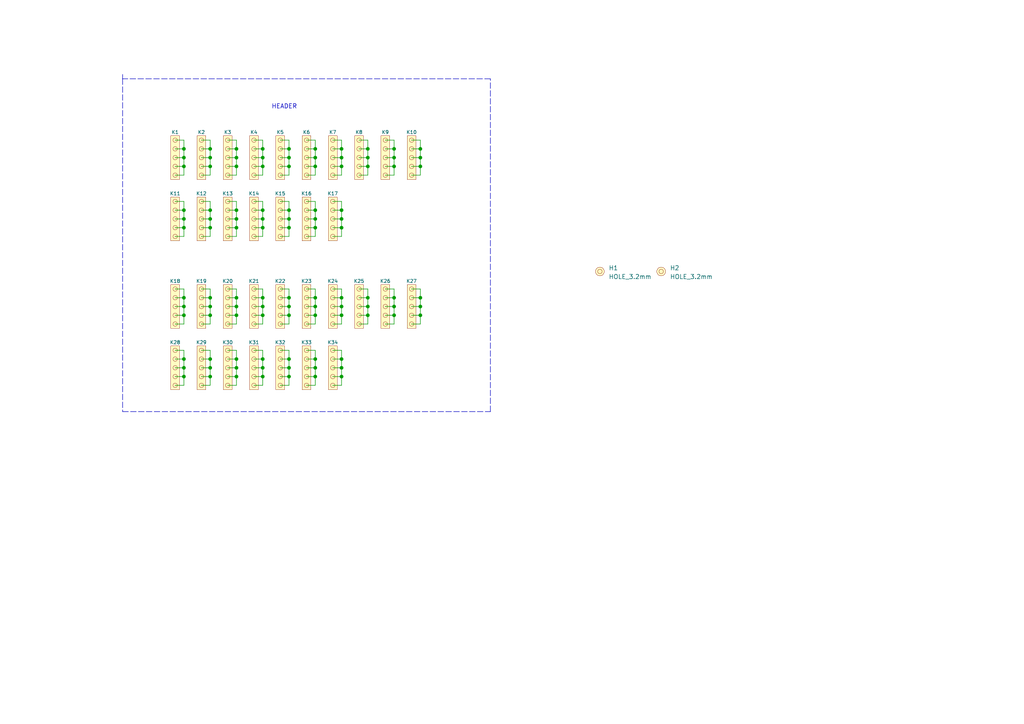
<source format=kicad_sch>
(kicad_sch (version 20210621) (generator eeschema)

  (uuid 3c8a1aa4-b7ad-401e-94c4-097a459f8407)

  (paper "A4")

  (title_block
    (title "Mini PCB breadboard")
    (date "2021-07-15")
    (rev "V1.1.1")
    (company "SOLDERED")
    (comment 1 "333030")
  )

  (lib_symbols
    (symbol "e-radionica.com schematics:HEADER_MALE_5X1" (pin_numbers hide) (pin_names hide) (in_bom yes) (on_board yes)
      (property "Reference" "K" (id 0) (at -0.635 7.62 0)
        (effects (font (size 1 1)))
      )
      (property "Value" "HEADER_MALE_5X1" (id 1) (at 0.635 -7.62 0)
        (effects (font (size 1 1)))
      )
      (property "Footprint" "e-radionica.com footprinti:HEADER_MALE_5X1" (id 2) (at 0 0 0)
        (effects (font (size 1 1)) hide)
      )
      (property "Datasheet" "" (id 3) (at 0 0 0)
        (effects (font (size 1 1)) hide)
      )
      (symbol "HEADER_MALE_5X1_0_1"
        (circle (center 0 -5.08) (radius 0.635) (stroke (width 0.0006)) (fill (type none)))
        (circle (center 0 -2.54) (radius 0.635) (stroke (width 0.0006)) (fill (type none)))
        (circle (center 0 0) (radius 0.635) (stroke (width 0.0006)) (fill (type none)))
        (circle (center 0 2.54) (radius 0.635) (stroke (width 0.0006)) (fill (type none)))
        (circle (center 0 5.08) (radius 0.635) (stroke (width 0.0006)) (fill (type none)))
        (rectangle (start -1.27 6.35) (end 1.27 -6.35)
          (stroke (width 0.001)) (fill (type background))
        )
      )
      (symbol "HEADER_MALE_5X1_1_1"
        (pin passive line (at 0 -5.08 180) (length 0)
          (name "~" (effects (font (size 1 1))))
          (number "1" (effects (font (size 1 1))))
        )
        (pin passive line (at 0 -2.54 180) (length 0)
          (name "~" (effects (font (size 1 1))))
          (number "2" (effects (font (size 1 1))))
        )
        (pin passive line (at 0 0 180) (length 0)
          (name "~" (effects (font (size 1 1))))
          (number "3" (effects (font (size 1 1))))
        )
        (pin passive line (at 0 2.54 180) (length 0)
          (name "~" (effects (font (size 1 1))))
          (number "4" (effects (font (size 1 1))))
        )
        (pin passive line (at 0 5.08 180) (length 0)
          (name "~" (effects (font (size 0.991 0.991))))
          (number "5" (effects (font (size 0.991 0.991))))
        )
      )
    )
    (symbol "e-radionica.com schematics:HOLE_3.2mm" (pin_numbers hide) (pin_names hide) (in_bom yes) (on_board yes)
      (property "Reference" "H" (id 0) (at 0 2.54 0)
        (effects (font (size 1.27 1.27)))
      )
      (property "Value" "HOLE_3.2mm" (id 1) (at 0 -2.54 0)
        (effects (font (size 1.27 1.27)))
      )
      (property "Footprint" "e-radionica.com footprinti:HOLE_3.2mm" (id 2) (at 0 0 0)
        (effects (font (size 1.27 1.27)) hide)
      )
      (property "Datasheet" "" (id 3) (at 0 0 0)
        (effects (font (size 1.27 1.27)) hide)
      )
      (symbol "HOLE_3.2mm_0_1"
        (circle (center 0 0) (radius 0.635) (stroke (width 0.0006)) (fill (type none)))
        (circle (center 0 0) (radius 1.27) (stroke (width 0.001)) (fill (type background)))
      )
    )
  )

  (junction (at 53.34 43.18) (diameter 0.9144) (color 0 0 0 0))
  (junction (at 53.34 45.72) (diameter 0.9144) (color 0 0 0 0))
  (junction (at 53.34 48.26) (diameter 0.9144) (color 0 0 0 0))
  (junction (at 53.34 60.96) (diameter 0.9144) (color 0 0 0 0))
  (junction (at 53.34 63.5) (diameter 0.9144) (color 0 0 0 0))
  (junction (at 53.34 66.04) (diameter 0.9144) (color 0 0 0 0))
  (junction (at 53.34 86.36) (diameter 0.9144) (color 0 0 0 0))
  (junction (at 53.34 88.9) (diameter 0.9144) (color 0 0 0 0))
  (junction (at 53.34 91.44) (diameter 0.9144) (color 0 0 0 0))
  (junction (at 53.34 104.14) (diameter 0.9144) (color 0 0 0 0))
  (junction (at 53.34 106.68) (diameter 0.9144) (color 0 0 0 0))
  (junction (at 53.34 109.22) (diameter 0.9144) (color 0 0 0 0))
  (junction (at 60.96 43.18) (diameter 0.9144) (color 0 0 0 0))
  (junction (at 60.96 45.72) (diameter 0.9144) (color 0 0 0 0))
  (junction (at 60.96 48.26) (diameter 0.9144) (color 0 0 0 0))
  (junction (at 60.96 60.96) (diameter 0.9144) (color 0 0 0 0))
  (junction (at 60.96 63.5) (diameter 0.9144) (color 0 0 0 0))
  (junction (at 60.96 66.04) (diameter 0.9144) (color 0 0 0 0))
  (junction (at 60.96 86.36) (diameter 0.9144) (color 0 0 0 0))
  (junction (at 60.96 88.9) (diameter 0.9144) (color 0 0 0 0))
  (junction (at 60.96 91.44) (diameter 0.9144) (color 0 0 0 0))
  (junction (at 60.96 104.14) (diameter 0.9144) (color 0 0 0 0))
  (junction (at 60.96 106.68) (diameter 0.9144) (color 0 0 0 0))
  (junction (at 60.96 109.22) (diameter 0.9144) (color 0 0 0 0))
  (junction (at 68.58 43.18) (diameter 0.9144) (color 0 0 0 0))
  (junction (at 68.58 45.72) (diameter 0.9144) (color 0 0 0 0))
  (junction (at 68.58 48.26) (diameter 0.9144) (color 0 0 0 0))
  (junction (at 68.58 60.96) (diameter 0.9144) (color 0 0 0 0))
  (junction (at 68.58 63.5) (diameter 0.9144) (color 0 0 0 0))
  (junction (at 68.58 66.04) (diameter 0.9144) (color 0 0 0 0))
  (junction (at 68.58 86.36) (diameter 0.9144) (color 0 0 0 0))
  (junction (at 68.58 88.9) (diameter 0.9144) (color 0 0 0 0))
  (junction (at 68.58 91.44) (diameter 0.9144) (color 0 0 0 0))
  (junction (at 68.58 104.14) (diameter 0.9144) (color 0 0 0 0))
  (junction (at 68.58 106.68) (diameter 0.9144) (color 0 0 0 0))
  (junction (at 68.58 109.22) (diameter 0.9144) (color 0 0 0 0))
  (junction (at 76.2 43.18) (diameter 0.9144) (color 0 0 0 0))
  (junction (at 76.2 45.72) (diameter 0.9144) (color 0 0 0 0))
  (junction (at 76.2 48.26) (diameter 0.9144) (color 0 0 0 0))
  (junction (at 76.2 60.96) (diameter 0.9144) (color 0 0 0 0))
  (junction (at 76.2 63.5) (diameter 0.9144) (color 0 0 0 0))
  (junction (at 76.2 66.04) (diameter 0.9144) (color 0 0 0 0))
  (junction (at 76.2 86.36) (diameter 0.9144) (color 0 0 0 0))
  (junction (at 76.2 88.9) (diameter 0.9144) (color 0 0 0 0))
  (junction (at 76.2 91.44) (diameter 0.9144) (color 0 0 0 0))
  (junction (at 76.2 104.14) (diameter 0.9144) (color 0 0 0 0))
  (junction (at 76.2 106.68) (diameter 0.9144) (color 0 0 0 0))
  (junction (at 76.2 109.22) (diameter 0.9144) (color 0 0 0 0))
  (junction (at 83.82 43.18) (diameter 0.9144) (color 0 0 0 0))
  (junction (at 83.82 45.72) (diameter 0.9144) (color 0 0 0 0))
  (junction (at 83.82 48.26) (diameter 0.9144) (color 0 0 0 0))
  (junction (at 83.82 60.96) (diameter 0.9144) (color 0 0 0 0))
  (junction (at 83.82 63.5) (diameter 0.9144) (color 0 0 0 0))
  (junction (at 83.82 66.04) (diameter 0.9144) (color 0 0 0 0))
  (junction (at 83.82 86.36) (diameter 0.9144) (color 0 0 0 0))
  (junction (at 83.82 88.9) (diameter 0.9144) (color 0 0 0 0))
  (junction (at 83.82 91.44) (diameter 0.9144) (color 0 0 0 0))
  (junction (at 83.82 104.14) (diameter 0.9144) (color 0 0 0 0))
  (junction (at 83.82 106.68) (diameter 0.9144) (color 0 0 0 0))
  (junction (at 83.82 109.22) (diameter 0.9144) (color 0 0 0 0))
  (junction (at 91.44 43.18) (diameter 0.9144) (color 0 0 0 0))
  (junction (at 91.44 45.72) (diameter 0.9144) (color 0 0 0 0))
  (junction (at 91.44 48.26) (diameter 0.9144) (color 0 0 0 0))
  (junction (at 91.44 60.96) (diameter 0.9144) (color 0 0 0 0))
  (junction (at 91.44 63.5) (diameter 0.9144) (color 0 0 0 0))
  (junction (at 91.44 66.04) (diameter 0.9144) (color 0 0 0 0))
  (junction (at 91.44 86.36) (diameter 0.9144) (color 0 0 0 0))
  (junction (at 91.44 88.9) (diameter 0.9144) (color 0 0 0 0))
  (junction (at 91.44 91.44) (diameter 0.9144) (color 0 0 0 0))
  (junction (at 91.44 104.14) (diameter 0.9144) (color 0 0 0 0))
  (junction (at 91.44 106.68) (diameter 0.9144) (color 0 0 0 0))
  (junction (at 91.44 109.22) (diameter 0.9144) (color 0 0 0 0))
  (junction (at 99.06 43.18) (diameter 0.9144) (color 0 0 0 0))
  (junction (at 99.06 45.72) (diameter 0.9144) (color 0 0 0 0))
  (junction (at 99.06 48.26) (diameter 0.9144) (color 0 0 0 0))
  (junction (at 99.06 60.96) (diameter 0.9144) (color 0 0 0 0))
  (junction (at 99.06 63.5) (diameter 0.9144) (color 0 0 0 0))
  (junction (at 99.06 66.04) (diameter 0.9144) (color 0 0 0 0))
  (junction (at 99.06 86.36) (diameter 0.9144) (color 0 0 0 0))
  (junction (at 99.06 88.9) (diameter 0.9144) (color 0 0 0 0))
  (junction (at 99.06 91.44) (diameter 0.9144) (color 0 0 0 0))
  (junction (at 99.06 104.14) (diameter 0.9144) (color 0 0 0 0))
  (junction (at 99.06 106.68) (diameter 0.9144) (color 0 0 0 0))
  (junction (at 99.06 109.22) (diameter 0.9144) (color 0 0 0 0))
  (junction (at 106.68 43.18) (diameter 0.9144) (color 0 0 0 0))
  (junction (at 106.68 45.72) (diameter 0.9144) (color 0 0 0 0))
  (junction (at 106.68 48.26) (diameter 0.9144) (color 0 0 0 0))
  (junction (at 106.68 86.36) (diameter 0.9144) (color 0 0 0 0))
  (junction (at 106.68 88.9) (diameter 0.9144) (color 0 0 0 0))
  (junction (at 106.68 91.44) (diameter 0.9144) (color 0 0 0 0))
  (junction (at 114.3 43.18) (diameter 0.9144) (color 0 0 0 0))
  (junction (at 114.3 45.72) (diameter 0.9144) (color 0 0 0 0))
  (junction (at 114.3 48.26) (diameter 0.9144) (color 0 0 0 0))
  (junction (at 114.3 86.36) (diameter 0.9144) (color 0 0 0 0))
  (junction (at 114.3 88.9) (diameter 0.9144) (color 0 0 0 0))
  (junction (at 114.3 91.44) (diameter 0.9144) (color 0 0 0 0))
  (junction (at 121.92 43.18) (diameter 0.9144) (color 0 0 0 0))
  (junction (at 121.92 45.72) (diameter 0.9144) (color 0 0 0 0))
  (junction (at 121.92 48.26) (diameter 0.9144) (color 0 0 0 0))
  (junction (at 121.92 86.36) (diameter 0.9144) (color 0 0 0 0))
  (junction (at 121.92 88.9) (diameter 0.9144) (color 0 0 0 0))
  (junction (at 121.92 91.44) (diameter 0.9144) (color 0 0 0 0))

  (wire (pts (xy 50.8 40.64) (xy 53.34 40.64))
    (stroke (width 0) (type solid) (color 0 0 0 0))
    (uuid 7ba07271-149d-4df5-b303-0d1b209561b6)
  )
  (wire (pts (xy 50.8 43.18) (xy 53.34 43.18))
    (stroke (width 0) (type solid) (color 0 0 0 0))
    (uuid 07d4e006-4547-41b7-9de9-4e926a7ebd21)
  )
  (wire (pts (xy 50.8 48.26) (xy 53.34 48.26))
    (stroke (width 0) (type solid) (color 0 0 0 0))
    (uuid 3f9c02f3-16db-4866-be72-a5c82d194c19)
  )
  (wire (pts (xy 50.8 50.8) (xy 53.34 50.8))
    (stroke (width 0) (type solid) (color 0 0 0 0))
    (uuid 4d016738-1f8c-43fa-8c4a-8a249e7df27c)
  )
  (wire (pts (xy 50.8 58.42) (xy 53.34 58.42))
    (stroke (width 0) (type solid) (color 0 0 0 0))
    (uuid 9316c7aa-38a3-408d-aa4b-82c654d4e435)
  )
  (wire (pts (xy 50.8 60.96) (xy 53.34 60.96))
    (stroke (width 0) (type solid) (color 0 0 0 0))
    (uuid 708aeb42-3339-4c21-991b-41a87b1d3152)
  )
  (wire (pts (xy 50.8 66.04) (xy 53.34 66.04))
    (stroke (width 0) (type solid) (color 0 0 0 0))
    (uuid 0f17099e-b61e-4166-b2f5-bee31d0c5ff5)
  )
  (wire (pts (xy 50.8 68.58) (xy 53.34 68.58))
    (stroke (width 0) (type solid) (color 0 0 0 0))
    (uuid ea0f979f-1d33-44dc-bd95-391ef3715cdf)
  )
  (wire (pts (xy 50.8 83.82) (xy 53.34 83.82))
    (stroke (width 0) (type solid) (color 0 0 0 0))
    (uuid f3382de1-e971-4f7a-9751-59e8ef266e2c)
  )
  (wire (pts (xy 50.8 86.36) (xy 53.34 86.36))
    (stroke (width 0) (type solid) (color 0 0 0 0))
    (uuid 1d934124-26a2-4069-be12-78c9d228b3a3)
  )
  (wire (pts (xy 50.8 91.44) (xy 53.34 91.44))
    (stroke (width 0) (type solid) (color 0 0 0 0))
    (uuid 63cadd77-671b-4615-98f5-13f64508f592)
  )
  (wire (pts (xy 50.8 93.98) (xy 53.34 93.98))
    (stroke (width 0) (type solid) (color 0 0 0 0))
    (uuid bc5ba5d4-67c8-4061-9190-066c41a03b7b)
  )
  (wire (pts (xy 50.8 101.6) (xy 53.34 101.6))
    (stroke (width 0) (type solid) (color 0 0 0 0))
    (uuid b5d43762-8891-4042-ac88-b1647fcc9b2d)
  )
  (wire (pts (xy 50.8 104.14) (xy 53.34 104.14))
    (stroke (width 0) (type solid) (color 0 0 0 0))
    (uuid 0f1b3473-b945-4968-9a52-b6d25a961033)
  )
  (wire (pts (xy 50.8 109.22) (xy 53.34 109.22))
    (stroke (width 0) (type solid) (color 0 0 0 0))
    (uuid 879de556-e339-4122-a6a2-25ee82964d58)
  )
  (wire (pts (xy 50.8 111.76) (xy 53.34 111.76))
    (stroke (width 0) (type solid) (color 0 0 0 0))
    (uuid a968ef5b-b50c-4556-8d6e-7958056ebebc)
  )
  (wire (pts (xy 53.34 40.64) (xy 53.34 43.18))
    (stroke (width 0) (type solid) (color 0 0 0 0))
    (uuid 7ba07271-149d-4df5-b303-0d1b209561b6)
  )
  (wire (pts (xy 53.34 43.18) (xy 53.34 45.72))
    (stroke (width 0) (type solid) (color 0 0 0 0))
    (uuid 07d4e006-4547-41b7-9de9-4e926a7ebd21)
  )
  (wire (pts (xy 53.34 45.72) (xy 50.8 45.72))
    (stroke (width 0) (type solid) (color 0 0 0 0))
    (uuid 3f9c02f3-16db-4866-be72-a5c82d194c19)
  )
  (wire (pts (xy 53.34 48.26) (xy 53.34 45.72))
    (stroke (width 0) (type solid) (color 0 0 0 0))
    (uuid 3f9c02f3-16db-4866-be72-a5c82d194c19)
  )
  (wire (pts (xy 53.34 50.8) (xy 53.34 48.26))
    (stroke (width 0) (type solid) (color 0 0 0 0))
    (uuid 4d016738-1f8c-43fa-8c4a-8a249e7df27c)
  )
  (wire (pts (xy 53.34 58.42) (xy 53.34 60.96))
    (stroke (width 0) (type solid) (color 0 0 0 0))
    (uuid 47e7c23d-644e-4f99-a6a1-a4ff0de4fb7f)
  )
  (wire (pts (xy 53.34 60.96) (xy 53.34 63.5))
    (stroke (width 0) (type solid) (color 0 0 0 0))
    (uuid ff3f4187-fcfa-4b82-9a96-126c50a4a692)
  )
  (wire (pts (xy 53.34 63.5) (xy 50.8 63.5))
    (stroke (width 0) (type solid) (color 0 0 0 0))
    (uuid 7bd8555d-49ca-4d0e-9486-bb01df1d10fa)
  )
  (wire (pts (xy 53.34 66.04) (xy 53.34 63.5))
    (stroke (width 0) (type solid) (color 0 0 0 0))
    (uuid e4a507b4-3df7-4483-a9bc-ef110f940fdb)
  )
  (wire (pts (xy 53.34 68.58) (xy 53.34 66.04))
    (stroke (width 0) (type solid) (color 0 0 0 0))
    (uuid 769a6ee1-a632-4151-b118-79288fba93d9)
  )
  (wire (pts (xy 53.34 83.82) (xy 53.34 86.36))
    (stroke (width 0) (type solid) (color 0 0 0 0))
    (uuid c69b623f-0857-484e-8d70-2f2c111c9747)
  )
  (wire (pts (xy 53.34 86.36) (xy 53.34 88.9))
    (stroke (width 0) (type solid) (color 0 0 0 0))
    (uuid ab24eb73-86ac-482a-aa78-603e1e85c0b7)
  )
  (wire (pts (xy 53.34 88.9) (xy 50.8 88.9))
    (stroke (width 0) (type solid) (color 0 0 0 0))
    (uuid a7637378-0475-4015-9775-66fa21fef253)
  )
  (wire (pts (xy 53.34 91.44) (xy 53.34 88.9))
    (stroke (width 0) (type solid) (color 0 0 0 0))
    (uuid f578227e-7928-4dee-acdc-edb2c2d4d529)
  )
  (wire (pts (xy 53.34 93.98) (xy 53.34 91.44))
    (stroke (width 0) (type solid) (color 0 0 0 0))
    (uuid 9f17c145-d319-453e-ada0-84c1879bf66c)
  )
  (wire (pts (xy 53.34 101.6) (xy 53.34 104.14))
    (stroke (width 0) (type solid) (color 0 0 0 0))
    (uuid 14960dd8-76bb-49ec-8d90-687afcee839a)
  )
  (wire (pts (xy 53.34 104.14) (xy 53.34 106.68))
    (stroke (width 0) (type solid) (color 0 0 0 0))
    (uuid 737cb56f-5c60-4a11-b944-7b65bfe91080)
  )
  (wire (pts (xy 53.34 106.68) (xy 50.8 106.68))
    (stroke (width 0) (type solid) (color 0 0 0 0))
    (uuid 4a8cb0b9-45af-4a64-bafb-e442356f2cc9)
  )
  (wire (pts (xy 53.34 109.22) (xy 53.34 106.68))
    (stroke (width 0) (type solid) (color 0 0 0 0))
    (uuid 72815c3a-bb99-4f0e-8d6c-33feb310b299)
  )
  (wire (pts (xy 53.34 111.76) (xy 53.34 109.22))
    (stroke (width 0) (type solid) (color 0 0 0 0))
    (uuid 7cde811a-a034-4065-800e-ad1d31ec3ec4)
  )
  (wire (pts (xy 58.42 40.64) (xy 60.96 40.64))
    (stroke (width 0) (type solid) (color 0 0 0 0))
    (uuid 5fa739bf-b094-4690-b3e8-793bf770fe82)
  )
  (wire (pts (xy 58.42 43.18) (xy 60.96 43.18))
    (stroke (width 0) (type solid) (color 0 0 0 0))
    (uuid 2f7bd86a-677d-47e2-a4d3-ede85b2d6c83)
  )
  (wire (pts (xy 58.42 48.26) (xy 60.96 48.26))
    (stroke (width 0) (type solid) (color 0 0 0 0))
    (uuid bcadb140-882c-43d1-9662-31d1d705919c)
  )
  (wire (pts (xy 58.42 50.8) (xy 60.96 50.8))
    (stroke (width 0) (type solid) (color 0 0 0 0))
    (uuid df0fefce-8298-4d70-90ac-3bc86035a74d)
  )
  (wire (pts (xy 58.42 58.42) (xy 60.96 58.42))
    (stroke (width 0) (type solid) (color 0 0 0 0))
    (uuid d93d82a9-1b0a-489a-a778-c89031e69cdc)
  )
  (wire (pts (xy 58.42 60.96) (xy 60.96 60.96))
    (stroke (width 0) (type solid) (color 0 0 0 0))
    (uuid 41434957-0143-4639-a923-091a882b4ef8)
  )
  (wire (pts (xy 58.42 66.04) (xy 60.96 66.04))
    (stroke (width 0) (type solid) (color 0 0 0 0))
    (uuid b5ee4eed-a829-43ca-8e14-082968b68f98)
  )
  (wire (pts (xy 58.42 68.58) (xy 60.96 68.58))
    (stroke (width 0) (type solid) (color 0 0 0 0))
    (uuid 68b3f8d0-1edc-4d43-8b58-73488b2527a4)
  )
  (wire (pts (xy 58.42 83.82) (xy 60.96 83.82))
    (stroke (width 0) (type solid) (color 0 0 0 0))
    (uuid b9e36988-6927-49be-866f-c2a03eadeceb)
  )
  (wire (pts (xy 58.42 86.36) (xy 60.96 86.36))
    (stroke (width 0) (type solid) (color 0 0 0 0))
    (uuid 69cb643c-cf46-4d1d-a607-34ac7da8d002)
  )
  (wire (pts (xy 58.42 91.44) (xy 60.96 91.44))
    (stroke (width 0) (type solid) (color 0 0 0 0))
    (uuid 55c0facc-96b8-449a-95a8-a8c1a4c070c3)
  )
  (wire (pts (xy 58.42 93.98) (xy 60.96 93.98))
    (stroke (width 0) (type solid) (color 0 0 0 0))
    (uuid 7b9f2c3c-d743-4125-9074-da9bfc7ab74a)
  )
  (wire (pts (xy 58.42 101.6) (xy 60.96 101.6))
    (stroke (width 0) (type solid) (color 0 0 0 0))
    (uuid 5eae4cd7-78c4-449b-a371-3e9d92722270)
  )
  (wire (pts (xy 58.42 104.14) (xy 60.96 104.14))
    (stroke (width 0) (type solid) (color 0 0 0 0))
    (uuid 285613b4-53ae-42fd-8c2a-540fe96eea3a)
  )
  (wire (pts (xy 58.42 109.22) (xy 60.96 109.22))
    (stroke (width 0) (type solid) (color 0 0 0 0))
    (uuid 8228ceaf-1c30-486b-baac-288e0ed733c2)
  )
  (wire (pts (xy 58.42 111.76) (xy 60.96 111.76))
    (stroke (width 0) (type solid) (color 0 0 0 0))
    (uuid 27a2be0e-28ff-4427-9e33-16ef54c64f5f)
  )
  (wire (pts (xy 60.96 40.64) (xy 60.96 43.18))
    (stroke (width 0) (type solid) (color 0 0 0 0))
    (uuid bcefaaca-b547-4f62-9fa4-11380e07dfe6)
  )
  (wire (pts (xy 60.96 43.18) (xy 60.96 45.72))
    (stroke (width 0) (type solid) (color 0 0 0 0))
    (uuid b7634653-885f-40f6-a5ff-cb69de2af1ab)
  )
  (wire (pts (xy 60.96 45.72) (xy 58.42 45.72))
    (stroke (width 0) (type solid) (color 0 0 0 0))
    (uuid e778ebbc-9080-4ca8-b760-27c7c825dd1c)
  )
  (wire (pts (xy 60.96 48.26) (xy 60.96 45.72))
    (stroke (width 0) (type solid) (color 0 0 0 0))
    (uuid 25f16798-95d5-44c5-af78-7e940348453a)
  )
  (wire (pts (xy 60.96 50.8) (xy 60.96 48.26))
    (stroke (width 0) (type solid) (color 0 0 0 0))
    (uuid d7a7babb-0746-44c3-81b6-c54dc19698dd)
  )
  (wire (pts (xy 60.96 58.42) (xy 60.96 60.96))
    (stroke (width 0) (type solid) (color 0 0 0 0))
    (uuid 9d281a89-49eb-476a-a7b0-b6440c3e579a)
  )
  (wire (pts (xy 60.96 60.96) (xy 60.96 63.5))
    (stroke (width 0) (type solid) (color 0 0 0 0))
    (uuid 960dbebc-614b-4117-a53d-8a282efab2bc)
  )
  (wire (pts (xy 60.96 63.5) (xy 58.42 63.5))
    (stroke (width 0) (type solid) (color 0 0 0 0))
    (uuid 55893ed0-f2a8-4fad-b041-f609e0f44ded)
  )
  (wire (pts (xy 60.96 66.04) (xy 60.96 63.5))
    (stroke (width 0) (type solid) (color 0 0 0 0))
    (uuid 2078e5e6-f5bd-43c6-8dde-e664a668605d)
  )
  (wire (pts (xy 60.96 68.58) (xy 60.96 66.04))
    (stroke (width 0) (type solid) (color 0 0 0 0))
    (uuid 716eaa38-4a93-4583-a773-a99ffac53966)
  )
  (wire (pts (xy 60.96 83.82) (xy 60.96 86.36))
    (stroke (width 0) (type solid) (color 0 0 0 0))
    (uuid 396dbce0-4e8b-4072-96f2-5e1cdf71217a)
  )
  (wire (pts (xy 60.96 86.36) (xy 60.96 88.9))
    (stroke (width 0) (type solid) (color 0 0 0 0))
    (uuid 76d12cba-c087-4752-92b8-477f5882a113)
  )
  (wire (pts (xy 60.96 88.9) (xy 58.42 88.9))
    (stroke (width 0) (type solid) (color 0 0 0 0))
    (uuid dc34871a-d294-4797-89ce-6d00af94941f)
  )
  (wire (pts (xy 60.96 91.44) (xy 60.96 88.9))
    (stroke (width 0) (type solid) (color 0 0 0 0))
    (uuid a2383a5f-d35d-4a47-bacc-947673078d87)
  )
  (wire (pts (xy 60.96 93.98) (xy 60.96 91.44))
    (stroke (width 0) (type solid) (color 0 0 0 0))
    (uuid ee2ac10d-c80d-4f05-8081-fd238b13d7c0)
  )
  (wire (pts (xy 60.96 101.6) (xy 60.96 104.14))
    (stroke (width 0) (type solid) (color 0 0 0 0))
    (uuid 4ddf7d8d-2a95-44e4-ab1f-acc8fed558da)
  )
  (wire (pts (xy 60.96 104.14) (xy 60.96 106.68))
    (stroke (width 0) (type solid) (color 0 0 0 0))
    (uuid 0c25f02f-7783-47a1-8029-624cf80f9e9f)
  )
  (wire (pts (xy 60.96 106.68) (xy 58.42 106.68))
    (stroke (width 0) (type solid) (color 0 0 0 0))
    (uuid 757fa745-73a2-4710-ada4-a76a7199cf39)
  )
  (wire (pts (xy 60.96 109.22) (xy 60.96 106.68))
    (stroke (width 0) (type solid) (color 0 0 0 0))
    (uuid 87808891-8ed6-4524-ace9-66c097e4e2b5)
  )
  (wire (pts (xy 60.96 111.76) (xy 60.96 109.22))
    (stroke (width 0) (type solid) (color 0 0 0 0))
    (uuid c29e8123-317c-4316-872a-916a853c2994)
  )
  (wire (pts (xy 66.04 40.64) (xy 68.58 40.64))
    (stroke (width 0) (type solid) (color 0 0 0 0))
    (uuid 641002c3-0230-44c8-93e0-fd2487d4f4bf)
  )
  (wire (pts (xy 66.04 43.18) (xy 68.58 43.18))
    (stroke (width 0) (type solid) (color 0 0 0 0))
    (uuid 1d1cab86-e38b-4618-9e31-f88ba4a977bb)
  )
  (wire (pts (xy 66.04 48.26) (xy 68.58 48.26))
    (stroke (width 0) (type solid) (color 0 0 0 0))
    (uuid 7729f983-5f8a-455d-84d7-51cb6c315a94)
  )
  (wire (pts (xy 66.04 50.8) (xy 68.58 50.8))
    (stroke (width 0) (type solid) (color 0 0 0 0))
    (uuid f611496e-15a0-4ee2-8a0c-f82ff8be504b)
  )
  (wire (pts (xy 66.04 58.42) (xy 68.58 58.42))
    (stroke (width 0) (type solid) (color 0 0 0 0))
    (uuid 737d5e57-24a1-4a03-aa26-93456c175fa4)
  )
  (wire (pts (xy 66.04 60.96) (xy 68.58 60.96))
    (stroke (width 0) (type solid) (color 0 0 0 0))
    (uuid 8f54a0e6-31e6-4c8c-8539-6d0a744db70b)
  )
  (wire (pts (xy 66.04 66.04) (xy 68.58 66.04))
    (stroke (width 0) (type solid) (color 0 0 0 0))
    (uuid c0ff2641-a0d5-436b-ae9e-bac1dbc140d0)
  )
  (wire (pts (xy 66.04 68.58) (xy 68.58 68.58))
    (stroke (width 0) (type solid) (color 0 0 0 0))
    (uuid ab205780-24f1-4a5e-925c-0cbfc2b50d33)
  )
  (wire (pts (xy 66.04 83.82) (xy 68.58 83.82))
    (stroke (width 0) (type solid) (color 0 0 0 0))
    (uuid 30abb8e2-6c11-49b2-8a4c-a41b1aba04c2)
  )
  (wire (pts (xy 66.04 86.36) (xy 68.58 86.36))
    (stroke (width 0) (type solid) (color 0 0 0 0))
    (uuid 952ba743-c596-4fba-8123-19c3fb49a766)
  )
  (wire (pts (xy 66.04 91.44) (xy 68.58 91.44))
    (stroke (width 0) (type solid) (color 0 0 0 0))
    (uuid d072a671-5172-46bf-945b-6a2d47f5ffac)
  )
  (wire (pts (xy 66.04 93.98) (xy 68.58 93.98))
    (stroke (width 0) (type solid) (color 0 0 0 0))
    (uuid 077e5e3c-4606-4c15-ac36-2ddfa7906dd7)
  )
  (wire (pts (xy 66.04 101.6) (xy 68.58 101.6))
    (stroke (width 0) (type solid) (color 0 0 0 0))
    (uuid e640a9c6-2f40-4cfd-aa5a-33bbe6a2a817)
  )
  (wire (pts (xy 66.04 104.14) (xy 68.58 104.14))
    (stroke (width 0) (type solid) (color 0 0 0 0))
    (uuid 05a7454e-b5d3-40a7-a298-05e57f832840)
  )
  (wire (pts (xy 66.04 109.22) (xy 68.58 109.22))
    (stroke (width 0) (type solid) (color 0 0 0 0))
    (uuid 9af438f3-eb2e-43c4-84b5-6d9f716223f7)
  )
  (wire (pts (xy 66.04 111.76) (xy 68.58 111.76))
    (stroke (width 0) (type solid) (color 0 0 0 0))
    (uuid 645c466a-828d-42be-8665-dc947f551332)
  )
  (wire (pts (xy 68.58 40.64) (xy 68.58 43.18))
    (stroke (width 0) (type solid) (color 0 0 0 0))
    (uuid 254639c0-3c49-4b5e-bffb-a75056bdcc91)
  )
  (wire (pts (xy 68.58 43.18) (xy 68.58 45.72))
    (stroke (width 0) (type solid) (color 0 0 0 0))
    (uuid 583a4d85-45dd-4f08-868b-f242e76a4343)
  )
  (wire (pts (xy 68.58 45.72) (xy 66.04 45.72))
    (stroke (width 0) (type solid) (color 0 0 0 0))
    (uuid 51420fe3-940f-4cfc-966e-0acd56c6d3a7)
  )
  (wire (pts (xy 68.58 48.26) (xy 68.58 45.72))
    (stroke (width 0) (type solid) (color 0 0 0 0))
    (uuid 079c7592-8317-41ae-bcc0-5f8e6b3242a4)
  )
  (wire (pts (xy 68.58 50.8) (xy 68.58 48.26))
    (stroke (width 0) (type solid) (color 0 0 0 0))
    (uuid d527f1a7-af79-416b-9b58-e624db1f7c3c)
  )
  (wire (pts (xy 68.58 58.42) (xy 68.58 60.96))
    (stroke (width 0) (type solid) (color 0 0 0 0))
    (uuid 66620d20-8778-4b3d-8028-4598e348c112)
  )
  (wire (pts (xy 68.58 60.96) (xy 68.58 63.5))
    (stroke (width 0) (type solid) (color 0 0 0 0))
    (uuid 1da2c6b9-bf1f-40be-96a6-5584a561b620)
  )
  (wire (pts (xy 68.58 63.5) (xy 66.04 63.5))
    (stroke (width 0) (type solid) (color 0 0 0 0))
    (uuid 7188301e-9a9d-4a0d-bb53-3c1f2be2188e)
  )
  (wire (pts (xy 68.58 66.04) (xy 68.58 63.5))
    (stroke (width 0) (type solid) (color 0 0 0 0))
    (uuid a516f050-4947-42e5-9d60-09d7d18bdef0)
  )
  (wire (pts (xy 68.58 68.58) (xy 68.58 66.04))
    (stroke (width 0) (type solid) (color 0 0 0 0))
    (uuid 3bded54d-a0a7-4081-a140-2c936f41fcf2)
  )
  (wire (pts (xy 68.58 83.82) (xy 68.58 86.36))
    (stroke (width 0) (type solid) (color 0 0 0 0))
    (uuid 583ddf43-3e6f-4459-a97f-d6c72cafc804)
  )
  (wire (pts (xy 68.58 86.36) (xy 68.58 88.9))
    (stroke (width 0) (type solid) (color 0 0 0 0))
    (uuid 5aa2fa61-1cf9-4f89-adc3-12e652197781)
  )
  (wire (pts (xy 68.58 88.9) (xy 66.04 88.9))
    (stroke (width 0) (type solid) (color 0 0 0 0))
    (uuid 334f573a-da63-49b2-a035-8b213a13f801)
  )
  (wire (pts (xy 68.58 91.44) (xy 68.58 88.9))
    (stroke (width 0) (type solid) (color 0 0 0 0))
    (uuid 1f3229dc-54c2-45a6-9697-46314e0c106d)
  )
  (wire (pts (xy 68.58 93.98) (xy 68.58 91.44))
    (stroke (width 0) (type solid) (color 0 0 0 0))
    (uuid feb62c04-50c0-4e92-b3e2-3fec1a9175c0)
  )
  (wire (pts (xy 68.58 101.6) (xy 68.58 104.14))
    (stroke (width 0) (type solid) (color 0 0 0 0))
    (uuid ae78680e-bb50-4f11-be46-82a3d736398e)
  )
  (wire (pts (xy 68.58 104.14) (xy 68.58 106.68))
    (stroke (width 0) (type solid) (color 0 0 0 0))
    (uuid 9ac22b3a-dac1-4df1-b291-90a9617573ff)
  )
  (wire (pts (xy 68.58 106.68) (xy 66.04 106.68))
    (stroke (width 0) (type solid) (color 0 0 0 0))
    (uuid e2c30702-ae6a-4abf-89f8-e49e82737dd5)
  )
  (wire (pts (xy 68.58 109.22) (xy 68.58 106.68))
    (stroke (width 0) (type solid) (color 0 0 0 0))
    (uuid 6f1ffb04-880a-4495-9b9e-2d14668bc727)
  )
  (wire (pts (xy 68.58 111.76) (xy 68.58 109.22))
    (stroke (width 0) (type solid) (color 0 0 0 0))
    (uuid b196aaee-d350-4494-9d0e-c8786506d7bc)
  )
  (wire (pts (xy 73.66 40.64) (xy 76.2 40.64))
    (stroke (width 0) (type solid) (color 0 0 0 0))
    (uuid 9ff1fc5b-7143-4b33-a9c5-6a80e3f1b8ec)
  )
  (wire (pts (xy 73.66 43.18) (xy 76.2 43.18))
    (stroke (width 0) (type solid) (color 0 0 0 0))
    (uuid 61394e9c-54f3-44c8-a44a-ca5c7706fb8d)
  )
  (wire (pts (xy 73.66 48.26) (xy 76.2 48.26))
    (stroke (width 0) (type solid) (color 0 0 0 0))
    (uuid 6ed4630b-939a-49e9-8575-9035a5486c24)
  )
  (wire (pts (xy 73.66 50.8) (xy 76.2 50.8))
    (stroke (width 0) (type solid) (color 0 0 0 0))
    (uuid 73a4a0ef-46cf-4dd6-b448-ccd50918d4ec)
  )
  (wire (pts (xy 73.66 58.42) (xy 76.2 58.42))
    (stroke (width 0) (type solid) (color 0 0 0 0))
    (uuid 1ca58d57-aa73-43d4-a989-d3608811a9d5)
  )
  (wire (pts (xy 73.66 60.96) (xy 76.2 60.96))
    (stroke (width 0) (type solid) (color 0 0 0 0))
    (uuid dc3a9ccc-cc7f-40e9-8c12-0a8fc1b2aabf)
  )
  (wire (pts (xy 73.66 66.04) (xy 76.2 66.04))
    (stroke (width 0) (type solid) (color 0 0 0 0))
    (uuid aaf53618-9f14-47dc-bfcb-6518edee863f)
  )
  (wire (pts (xy 73.66 68.58) (xy 76.2 68.58))
    (stroke (width 0) (type solid) (color 0 0 0 0))
    (uuid 35b22ceb-28d3-4066-a644-1d6f578405d2)
  )
  (wire (pts (xy 73.66 83.82) (xy 76.2 83.82))
    (stroke (width 0) (type solid) (color 0 0 0 0))
    (uuid 49cb382a-9c19-4818-8f3c-f6a8d0a3fd3c)
  )
  (wire (pts (xy 73.66 86.36) (xy 76.2 86.36))
    (stroke (width 0) (type solid) (color 0 0 0 0))
    (uuid 37fa1eb1-be28-4f9d-8da1-1a5e7988aaf9)
  )
  (wire (pts (xy 73.66 91.44) (xy 76.2 91.44))
    (stroke (width 0) (type solid) (color 0 0 0 0))
    (uuid 0bdcc0ae-9872-4f36-9e09-6d250852dad1)
  )
  (wire (pts (xy 73.66 93.98) (xy 76.2 93.98))
    (stroke (width 0) (type solid) (color 0 0 0 0))
    (uuid de5c3600-c335-4b2a-922e-c6e99a7c7213)
  )
  (wire (pts (xy 73.66 101.6) (xy 76.2 101.6))
    (stroke (width 0) (type solid) (color 0 0 0 0))
    (uuid 7f5404a6-f654-4633-b06f-69ca5d677ea0)
  )
  (wire (pts (xy 73.66 104.14) (xy 76.2 104.14))
    (stroke (width 0) (type solid) (color 0 0 0 0))
    (uuid 3db8a862-7af2-459e-8f93-aa66f1ac52a3)
  )
  (wire (pts (xy 73.66 109.22) (xy 76.2 109.22))
    (stroke (width 0) (type solid) (color 0 0 0 0))
    (uuid fd937198-3b1c-4b71-8f03-dda6f247d637)
  )
  (wire (pts (xy 73.66 111.76) (xy 76.2 111.76))
    (stroke (width 0) (type solid) (color 0 0 0 0))
    (uuid eea64570-86f5-4869-b67f-3533d7c54175)
  )
  (wire (pts (xy 76.2 40.64) (xy 76.2 43.18))
    (stroke (width 0) (type solid) (color 0 0 0 0))
    (uuid b4aff218-4f34-4ea2-bff3-ecdfaed4c8d6)
  )
  (wire (pts (xy 76.2 43.18) (xy 76.2 45.72))
    (stroke (width 0) (type solid) (color 0 0 0 0))
    (uuid 67c8b0dc-07af-4207-ba78-22cfff19bfb0)
  )
  (wire (pts (xy 76.2 45.72) (xy 73.66 45.72))
    (stroke (width 0) (type solid) (color 0 0 0 0))
    (uuid 38b02e1f-9cff-48b6-9897-8e4ffca94adf)
  )
  (wire (pts (xy 76.2 48.26) (xy 76.2 45.72))
    (stroke (width 0) (type solid) (color 0 0 0 0))
    (uuid 429b6c3d-4e18-4bae-ad9d-660a133d2c8e)
  )
  (wire (pts (xy 76.2 50.8) (xy 76.2 48.26))
    (stroke (width 0) (type solid) (color 0 0 0 0))
    (uuid b34055cf-421d-4c7a-92f3-f60c963b5a53)
  )
  (wire (pts (xy 76.2 58.42) (xy 76.2 60.96))
    (stroke (width 0) (type solid) (color 0 0 0 0))
    (uuid 2f54f3d6-14b1-46e5-a1a6-26c10efbb759)
  )
  (wire (pts (xy 76.2 60.96) (xy 76.2 63.5))
    (stroke (width 0) (type solid) (color 0 0 0 0))
    (uuid 0c43550d-f55b-4b54-84bd-6b83d13a399e)
  )
  (wire (pts (xy 76.2 63.5) (xy 73.66 63.5))
    (stroke (width 0) (type solid) (color 0 0 0 0))
    (uuid 50145eb3-a9c4-4bfa-991b-92d3b55ab7c7)
  )
  (wire (pts (xy 76.2 66.04) (xy 76.2 63.5))
    (stroke (width 0) (type solid) (color 0 0 0 0))
    (uuid bf433941-5fa1-43dc-9ea4-bd9d93626a95)
  )
  (wire (pts (xy 76.2 68.58) (xy 76.2 66.04))
    (stroke (width 0) (type solid) (color 0 0 0 0))
    (uuid 138fe84f-1d85-4716-88b4-561a705bd8cf)
  )
  (wire (pts (xy 76.2 83.82) (xy 76.2 86.36))
    (stroke (width 0) (type solid) (color 0 0 0 0))
    (uuid bc42f50c-bf97-4793-88e4-8c5e45d0cb1b)
  )
  (wire (pts (xy 76.2 86.36) (xy 76.2 88.9))
    (stroke (width 0) (type solid) (color 0 0 0 0))
    (uuid 8ad1f01d-f721-4c23-b4f6-d1f876c59d01)
  )
  (wire (pts (xy 76.2 88.9) (xy 73.66 88.9))
    (stroke (width 0) (type solid) (color 0 0 0 0))
    (uuid fbc44549-6078-48a1-af6f-375a94f5233c)
  )
  (wire (pts (xy 76.2 91.44) (xy 76.2 88.9))
    (stroke (width 0) (type solid) (color 0 0 0 0))
    (uuid 64c2ebf1-300e-4ace-ac0a-4bf94e1c1ebf)
  )
  (wire (pts (xy 76.2 93.98) (xy 76.2 91.44))
    (stroke (width 0) (type solid) (color 0 0 0 0))
    (uuid d0739a58-0d1c-4001-b196-9aacbe110771)
  )
  (wire (pts (xy 76.2 101.6) (xy 76.2 104.14))
    (stroke (width 0) (type solid) (color 0 0 0 0))
    (uuid bc0663b5-8b4b-4690-922a-bbf1c696f669)
  )
  (wire (pts (xy 76.2 104.14) (xy 76.2 106.68))
    (stroke (width 0) (type solid) (color 0 0 0 0))
    (uuid 30321ea2-1ab4-4e06-bb82-aa2afdcc6181)
  )
  (wire (pts (xy 76.2 106.68) (xy 73.66 106.68))
    (stroke (width 0) (type solid) (color 0 0 0 0))
    (uuid f91fbdfa-3562-40c9-ae46-1685ae7364d1)
  )
  (wire (pts (xy 76.2 109.22) (xy 76.2 106.68))
    (stroke (width 0) (type solid) (color 0 0 0 0))
    (uuid 6c9384f9-634e-42ed-b2f1-b3125e2e54c5)
  )
  (wire (pts (xy 76.2 111.76) (xy 76.2 109.22))
    (stroke (width 0) (type solid) (color 0 0 0 0))
    (uuid cc13628b-a370-48dd-b2f7-1442db8cdd44)
  )
  (wire (pts (xy 81.28 40.64) (xy 83.82 40.64))
    (stroke (width 0) (type solid) (color 0 0 0 0))
    (uuid df29358d-6f21-420d-abc8-41b3fc3c65a3)
  )
  (wire (pts (xy 81.28 43.18) (xy 83.82 43.18))
    (stroke (width 0) (type solid) (color 0 0 0 0))
    (uuid 9e61383f-b46c-49a3-90fc-611f185925b3)
  )
  (wire (pts (xy 81.28 48.26) (xy 83.82 48.26))
    (stroke (width 0) (type solid) (color 0 0 0 0))
    (uuid bce33524-5252-4e8f-82f6-74e775ee6b41)
  )
  (wire (pts (xy 81.28 50.8) (xy 83.82 50.8))
    (stroke (width 0) (type solid) (color 0 0 0 0))
    (uuid d24e7e96-60fb-4136-8874-0d7bfd0531b5)
  )
  (wire (pts (xy 81.28 58.42) (xy 83.82 58.42))
    (stroke (width 0) (type solid) (color 0 0 0 0))
    (uuid d3aa9046-c506-4b8b-9858-b46824279a6e)
  )
  (wire (pts (xy 81.28 60.96) (xy 83.82 60.96))
    (stroke (width 0) (type solid) (color 0 0 0 0))
    (uuid 21b1541b-92e4-4a24-b279-b4b4d6de0d9a)
  )
  (wire (pts (xy 81.28 66.04) (xy 83.82 66.04))
    (stroke (width 0) (type solid) (color 0 0 0 0))
    (uuid 1736ac35-7f2a-4be8-88bb-84a9d7ad42c2)
  )
  (wire (pts (xy 81.28 68.58) (xy 83.82 68.58))
    (stroke (width 0) (type solid) (color 0 0 0 0))
    (uuid 1f7ad20a-99fb-4708-aa35-f16be9e102ca)
  )
  (wire (pts (xy 81.28 83.82) (xy 83.82 83.82))
    (stroke (width 0) (type solid) (color 0 0 0 0))
    (uuid 9be5d60a-8ed5-4af8-814d-87ba2c290488)
  )
  (wire (pts (xy 81.28 86.36) (xy 83.82 86.36))
    (stroke (width 0) (type solid) (color 0 0 0 0))
    (uuid 50d17b5c-98ba-42e3-960b-add08d21bc26)
  )
  (wire (pts (xy 81.28 91.44) (xy 83.82 91.44))
    (stroke (width 0) (type solid) (color 0 0 0 0))
    (uuid b561ba95-1a9c-430b-aa20-4b30c2216349)
  )
  (wire (pts (xy 81.28 93.98) (xy 83.82 93.98))
    (stroke (width 0) (type solid) (color 0 0 0 0))
    (uuid 6ef133fc-e804-45b7-a763-eefcbc0f09d3)
  )
  (wire (pts (xy 81.28 101.6) (xy 83.82 101.6))
    (stroke (width 0) (type solid) (color 0 0 0 0))
    (uuid 01b4946f-c375-4775-92d9-35f131c687b7)
  )
  (wire (pts (xy 81.28 104.14) (xy 83.82 104.14))
    (stroke (width 0) (type solid) (color 0 0 0 0))
    (uuid 8e055a1b-1827-4ea8-884f-826776c1d4ea)
  )
  (wire (pts (xy 81.28 109.22) (xy 83.82 109.22))
    (stroke (width 0) (type solid) (color 0 0 0 0))
    (uuid 2c6659ba-fdc2-498f-ac6a-14e53abcaf51)
  )
  (wire (pts (xy 81.28 111.76) (xy 83.82 111.76))
    (stroke (width 0) (type solid) (color 0 0 0 0))
    (uuid 635f55c0-72a8-4ff0-bb76-e306c1a19205)
  )
  (wire (pts (xy 83.82 40.64) (xy 83.82 43.18))
    (stroke (width 0) (type solid) (color 0 0 0 0))
    (uuid 57e16407-5ddf-4cf0-9fcf-97ee874737bc)
  )
  (wire (pts (xy 83.82 43.18) (xy 83.82 45.72))
    (stroke (width 0) (type solid) (color 0 0 0 0))
    (uuid 361a08c5-f85f-4047-bf0f-bb5f8e9c6ee5)
  )
  (wire (pts (xy 83.82 45.72) (xy 81.28 45.72))
    (stroke (width 0) (type solid) (color 0 0 0 0))
    (uuid a5590905-8b51-402d-ab74-9bf9407d07c2)
  )
  (wire (pts (xy 83.82 48.26) (xy 83.82 45.72))
    (stroke (width 0) (type solid) (color 0 0 0 0))
    (uuid 286b1e2a-0b83-49da-b7ee-a8ad5f630254)
  )
  (wire (pts (xy 83.82 50.8) (xy 83.82 48.26))
    (stroke (width 0) (type solid) (color 0 0 0 0))
    (uuid d625e569-a4f4-4843-9de8-182bca13882d)
  )
  (wire (pts (xy 83.82 58.42) (xy 83.82 60.96))
    (stroke (width 0) (type solid) (color 0 0 0 0))
    (uuid bf2af9a6-fa00-4d82-9617-6900786c3c09)
  )
  (wire (pts (xy 83.82 60.96) (xy 83.82 63.5))
    (stroke (width 0) (type solid) (color 0 0 0 0))
    (uuid d42a00bf-bb8d-4895-9bed-091768491a68)
  )
  (wire (pts (xy 83.82 63.5) (xy 81.28 63.5))
    (stroke (width 0) (type solid) (color 0 0 0 0))
    (uuid 4a1f485c-4c8e-4f72-871b-1e8212c2e110)
  )
  (wire (pts (xy 83.82 66.04) (xy 83.82 63.5))
    (stroke (width 0) (type solid) (color 0 0 0 0))
    (uuid 249e6c2e-8965-4853-9c2f-7013c5735724)
  )
  (wire (pts (xy 83.82 68.58) (xy 83.82 66.04))
    (stroke (width 0) (type solid) (color 0 0 0 0))
    (uuid 5bd7bdf0-5cf6-49c3-97b9-82641ee4fa7b)
  )
  (wire (pts (xy 83.82 83.82) (xy 83.82 86.36))
    (stroke (width 0) (type solid) (color 0 0 0 0))
    (uuid eb19c6f9-5eb7-4494-b7f7-003e0f3a008b)
  )
  (wire (pts (xy 83.82 86.36) (xy 83.82 88.9))
    (stroke (width 0) (type solid) (color 0 0 0 0))
    (uuid 0309cd13-9685-46a9-a229-436e070318d0)
  )
  (wire (pts (xy 83.82 88.9) (xy 81.28 88.9))
    (stroke (width 0) (type solid) (color 0 0 0 0))
    (uuid 5c17bc64-519b-4abe-ae96-bfbbb4335bf2)
  )
  (wire (pts (xy 83.82 91.44) (xy 83.82 88.9))
    (stroke (width 0) (type solid) (color 0 0 0 0))
    (uuid ef2540cd-ff6e-405e-929a-8ec1a9a4c6f9)
  )
  (wire (pts (xy 83.82 93.98) (xy 83.82 91.44))
    (stroke (width 0) (type solid) (color 0 0 0 0))
    (uuid 84875311-822f-4fe3-be27-2370ed9e8b8f)
  )
  (wire (pts (xy 83.82 101.6) (xy 83.82 104.14))
    (stroke (width 0) (type solid) (color 0 0 0 0))
    (uuid a477b191-7410-40b8-a838-21c61c0cdbb4)
  )
  (wire (pts (xy 83.82 104.14) (xy 83.82 106.68))
    (stroke (width 0) (type solid) (color 0 0 0 0))
    (uuid 32662c82-e8b4-4e12-a1ab-51d62b220c5e)
  )
  (wire (pts (xy 83.82 106.68) (xy 81.28 106.68))
    (stroke (width 0) (type solid) (color 0 0 0 0))
    (uuid a80f6965-fe15-4511-aa63-ccf8bf41c735)
  )
  (wire (pts (xy 83.82 109.22) (xy 83.82 106.68))
    (stroke (width 0) (type solid) (color 0 0 0 0))
    (uuid cdac743f-42ce-49a2-a5d8-2d3b24d648bd)
  )
  (wire (pts (xy 83.82 111.76) (xy 83.82 109.22))
    (stroke (width 0) (type solid) (color 0 0 0 0))
    (uuid 0b325a20-3842-4420-a8f2-651650416dab)
  )
  (wire (pts (xy 88.9 40.64) (xy 91.44 40.64))
    (stroke (width 0) (type solid) (color 0 0 0 0))
    (uuid 3c8bd7a9-119a-4223-8c8d-03e2b70ae316)
  )
  (wire (pts (xy 88.9 43.18) (xy 91.44 43.18))
    (stroke (width 0) (type solid) (color 0 0 0 0))
    (uuid 6fd43ffd-423b-4a3f-890f-946aa3873705)
  )
  (wire (pts (xy 88.9 48.26) (xy 91.44 48.26))
    (stroke (width 0) (type solid) (color 0 0 0 0))
    (uuid 6da35976-49a8-4b5b-a82f-bc0dc29397be)
  )
  (wire (pts (xy 88.9 50.8) (xy 91.44 50.8))
    (stroke (width 0) (type solid) (color 0 0 0 0))
    (uuid 7a93653a-1d0c-4edb-a03f-52fc49b7d154)
  )
  (wire (pts (xy 88.9 58.42) (xy 91.44 58.42))
    (stroke (width 0) (type solid) (color 0 0 0 0))
    (uuid b2341d99-610f-4a21-b42e-4f1b5229744e)
  )
  (wire (pts (xy 88.9 60.96) (xy 91.44 60.96))
    (stroke (width 0) (type solid) (color 0 0 0 0))
    (uuid 66948563-2b28-449e-a1f8-5d3bbf23e13e)
  )
  (wire (pts (xy 88.9 66.04) (xy 91.44 66.04))
    (stroke (width 0) (type solid) (color 0 0 0 0))
    (uuid 6937b41a-a7bb-4cd2-a5b4-9d8f170fae6f)
  )
  (wire (pts (xy 88.9 68.58) (xy 91.44 68.58))
    (stroke (width 0) (type solid) (color 0 0 0 0))
    (uuid 4aa7f8de-c6a5-4a09-91b1-18ae8f802791)
  )
  (wire (pts (xy 88.9 83.82) (xy 91.44 83.82))
    (stroke (width 0) (type solid) (color 0 0 0 0))
    (uuid 19bb3848-5a50-4364-b8a9-93b0581f62f9)
  )
  (wire (pts (xy 88.9 86.36) (xy 91.44 86.36))
    (stroke (width 0) (type solid) (color 0 0 0 0))
    (uuid e6873040-0b8c-43b3-a47d-299f71fb6059)
  )
  (wire (pts (xy 88.9 91.44) (xy 91.44 91.44))
    (stroke (width 0) (type solid) (color 0 0 0 0))
    (uuid 356215fb-0142-4b8f-8706-3fa143553d1a)
  )
  (wire (pts (xy 88.9 93.98) (xy 91.44 93.98))
    (stroke (width 0) (type solid) (color 0 0 0 0))
    (uuid f100ea40-bf7e-4f36-9489-879b1bffd5eb)
  )
  (wire (pts (xy 88.9 101.6) (xy 91.44 101.6))
    (stroke (width 0) (type solid) (color 0 0 0 0))
    (uuid 14e5f9ee-7fcd-4cfc-bdbf-6b1fa48715af)
  )
  (wire (pts (xy 88.9 104.14) (xy 91.44 104.14))
    (stroke (width 0) (type solid) (color 0 0 0 0))
    (uuid c648f27d-35db-4ede-8bfa-34e5a4008de5)
  )
  (wire (pts (xy 88.9 109.22) (xy 91.44 109.22))
    (stroke (width 0) (type solid) (color 0 0 0 0))
    (uuid cb09438e-e6e7-4077-a88c-9983c568de1e)
  )
  (wire (pts (xy 88.9 111.76) (xy 91.44 111.76))
    (stroke (width 0) (type solid) (color 0 0 0 0))
    (uuid 023d1809-b556-4cef-a61b-0eafd176274c)
  )
  (wire (pts (xy 91.44 40.64) (xy 91.44 43.18))
    (stroke (width 0) (type solid) (color 0 0 0 0))
    (uuid 8d5d2c3e-121a-4849-a8f6-22a350960f5f)
  )
  (wire (pts (xy 91.44 43.18) (xy 91.44 45.72))
    (stroke (width 0) (type solid) (color 0 0 0 0))
    (uuid 74de69a8-bb05-447b-8710-e2b2d828acb7)
  )
  (wire (pts (xy 91.44 45.72) (xy 88.9 45.72))
    (stroke (width 0) (type solid) (color 0 0 0 0))
    (uuid 85f99673-a6be-40f2-b714-359270b5f8a7)
  )
  (wire (pts (xy 91.44 48.26) (xy 91.44 45.72))
    (stroke (width 0) (type solid) (color 0 0 0 0))
    (uuid 033e2ce9-e732-44cf-a8c6-125b2b0d6f4c)
  )
  (wire (pts (xy 91.44 50.8) (xy 91.44 48.26))
    (stroke (width 0) (type solid) (color 0 0 0 0))
    (uuid 936d7ef8-72c6-4ba7-b46b-942509f990bc)
  )
  (wire (pts (xy 91.44 58.42) (xy 91.44 60.96))
    (stroke (width 0) (type solid) (color 0 0 0 0))
    (uuid 0fab8728-9d09-47d5-9467-90cb7b1ff948)
  )
  (wire (pts (xy 91.44 60.96) (xy 91.44 63.5))
    (stroke (width 0) (type solid) (color 0 0 0 0))
    (uuid ad04eb24-bfc9-49e7-8d70-3dd5a3585653)
  )
  (wire (pts (xy 91.44 63.5) (xy 88.9 63.5))
    (stroke (width 0) (type solid) (color 0 0 0 0))
    (uuid efa413f3-7dd9-4799-a441-93f78ce3f234)
  )
  (wire (pts (xy 91.44 66.04) (xy 91.44 63.5))
    (stroke (width 0) (type solid) (color 0 0 0 0))
    (uuid dc8d3e4e-e3f3-4e67-8745-97d3281c1946)
  )
  (wire (pts (xy 91.44 68.58) (xy 91.44 66.04))
    (stroke (width 0) (type solid) (color 0 0 0 0))
    (uuid e1ba30aa-245f-4b29-a5b0-b9f33c17faec)
  )
  (wire (pts (xy 91.44 83.82) (xy 91.44 86.36))
    (stroke (width 0) (type solid) (color 0 0 0 0))
    (uuid 45c9d13b-0301-4077-a76e-95f3015843b5)
  )
  (wire (pts (xy 91.44 86.36) (xy 91.44 88.9))
    (stroke (width 0) (type solid) (color 0 0 0 0))
    (uuid 4fb07bb0-b1a3-441e-90bc-c170a3ccc4ff)
  )
  (wire (pts (xy 91.44 88.9) (xy 88.9 88.9))
    (stroke (width 0) (type solid) (color 0 0 0 0))
    (uuid d88a220f-6ee0-474b-a0e5-04acd6096857)
  )
  (wire (pts (xy 91.44 91.44) (xy 91.44 88.9))
    (stroke (width 0) (type solid) (color 0 0 0 0))
    (uuid 708d28f8-15fd-4863-9225-7e222401adea)
  )
  (wire (pts (xy 91.44 93.98) (xy 91.44 91.44))
    (stroke (width 0) (type solid) (color 0 0 0 0))
    (uuid 7433913d-431d-4698-8308-1a113b013d8e)
  )
  (wire (pts (xy 91.44 101.6) (xy 91.44 104.14))
    (stroke (width 0) (type solid) (color 0 0 0 0))
    (uuid 06c6e106-7307-4485-aca8-fde0f5a9ce01)
  )
  (wire (pts (xy 91.44 104.14) (xy 91.44 106.68))
    (stroke (width 0) (type solid) (color 0 0 0 0))
    (uuid 4a89dca9-c8f6-495f-b957-2684dc7bbe76)
  )
  (wire (pts (xy 91.44 106.68) (xy 88.9 106.68))
    (stroke (width 0) (type solid) (color 0 0 0 0))
    (uuid e72c39bc-c7b0-4891-ae5b-d18d9f2d38ec)
  )
  (wire (pts (xy 91.44 109.22) (xy 91.44 106.68))
    (stroke (width 0) (type solid) (color 0 0 0 0))
    (uuid 1118edef-e6ee-4923-af32-f8a4b7d8e03c)
  )
  (wire (pts (xy 91.44 111.76) (xy 91.44 109.22))
    (stroke (width 0) (type solid) (color 0 0 0 0))
    (uuid 43ab09d1-f228-4dd0-9c1b-b59ec3f6094b)
  )
  (wire (pts (xy 96.52 40.64) (xy 99.06 40.64))
    (stroke (width 0) (type solid) (color 0 0 0 0))
    (uuid 74050e1b-d360-4039-a288-d12afe38d9a2)
  )
  (wire (pts (xy 96.52 43.18) (xy 99.06 43.18))
    (stroke (width 0) (type solid) (color 0 0 0 0))
    (uuid f0e97b0a-afe8-4085-a4fe-d517f555fbff)
  )
  (wire (pts (xy 96.52 48.26) (xy 99.06 48.26))
    (stroke (width 0) (type solid) (color 0 0 0 0))
    (uuid 345588f8-962c-4f13-9de0-9f8679b1d57c)
  )
  (wire (pts (xy 96.52 50.8) (xy 99.06 50.8))
    (stroke (width 0) (type solid) (color 0 0 0 0))
    (uuid fb7718e7-992c-42c2-96b0-6e01d5b97993)
  )
  (wire (pts (xy 96.52 58.42) (xy 99.06 58.42))
    (stroke (width 0) (type solid) (color 0 0 0 0))
    (uuid c116bbed-737a-4850-b8b2-76c9bc1d8690)
  )
  (wire (pts (xy 96.52 60.96) (xy 99.06 60.96))
    (stroke (width 0) (type solid) (color 0 0 0 0))
    (uuid 06ef110a-9913-4f72-ad4f-0843ac288cab)
  )
  (wire (pts (xy 96.52 66.04) (xy 99.06 66.04))
    (stroke (width 0) (type solid) (color 0 0 0 0))
    (uuid 9dc4fced-c32c-48e1-949e-9c4f5a3ca4a0)
  )
  (wire (pts (xy 96.52 68.58) (xy 99.06 68.58))
    (stroke (width 0) (type solid) (color 0 0 0 0))
    (uuid 3ea3f143-5006-4b75-840b-81233195e69c)
  )
  (wire (pts (xy 96.52 83.82) (xy 99.06 83.82))
    (stroke (width 0) (type solid) (color 0 0 0 0))
    (uuid 37cc8d20-f4d4-4001-94ec-de661af56a48)
  )
  (wire (pts (xy 96.52 86.36) (xy 99.06 86.36))
    (stroke (width 0) (type solid) (color 0 0 0 0))
    (uuid ac5cf25e-e3fe-4749-b040-94b3f4cc56d7)
  )
  (wire (pts (xy 96.52 91.44) (xy 99.06 91.44))
    (stroke (width 0) (type solid) (color 0 0 0 0))
    (uuid 31ceebc2-b455-4745-81e5-47be997dcb7a)
  )
  (wire (pts (xy 96.52 93.98) (xy 99.06 93.98))
    (stroke (width 0) (type solid) (color 0 0 0 0))
    (uuid 434e5a2b-c85e-4614-a14b-37ca5d30bd78)
  )
  (wire (pts (xy 96.52 101.6) (xy 99.06 101.6))
    (stroke (width 0) (type solid) (color 0 0 0 0))
    (uuid eabc5db0-c077-4eb6-b73b-1a8277eb4802)
  )
  (wire (pts (xy 96.52 104.14) (xy 99.06 104.14))
    (stroke (width 0) (type solid) (color 0 0 0 0))
    (uuid 40fc48a1-9cc0-4142-b664-1a123a8679d6)
  )
  (wire (pts (xy 96.52 109.22) (xy 99.06 109.22))
    (stroke (width 0) (type solid) (color 0 0 0 0))
    (uuid 0e68e7f0-d64c-4b64-a1de-74bc1a956056)
  )
  (wire (pts (xy 96.52 111.76) (xy 99.06 111.76))
    (stroke (width 0) (type solid) (color 0 0 0 0))
    (uuid 7ee0c057-2036-4995-922e-5b4667a901d3)
  )
  (wire (pts (xy 99.06 40.64) (xy 99.06 43.18))
    (stroke (width 0) (type solid) (color 0 0 0 0))
    (uuid 5ac410d3-0845-4ea4-8e1f-cb13ae94238a)
  )
  (wire (pts (xy 99.06 43.18) (xy 99.06 45.72))
    (stroke (width 0) (type solid) (color 0 0 0 0))
    (uuid c44fe1ce-a94e-47f5-b3f2-ee1b78255dc6)
  )
  (wire (pts (xy 99.06 45.72) (xy 96.52 45.72))
    (stroke (width 0) (type solid) (color 0 0 0 0))
    (uuid f6381adc-7a26-44a9-8cc1-cb5b986f4f44)
  )
  (wire (pts (xy 99.06 48.26) (xy 99.06 45.72))
    (stroke (width 0) (type solid) (color 0 0 0 0))
    (uuid f9407604-cfb6-4eb2-9b50-4440965385f9)
  )
  (wire (pts (xy 99.06 50.8) (xy 99.06 48.26))
    (stroke (width 0) (type solid) (color 0 0 0 0))
    (uuid feef03d6-1d83-4099-ad85-bc2359933d47)
  )
  (wire (pts (xy 99.06 58.42) (xy 99.06 60.96))
    (stroke (width 0) (type solid) (color 0 0 0 0))
    (uuid 728a4427-d38d-4806-a6a6-1cda33d4f5b0)
  )
  (wire (pts (xy 99.06 60.96) (xy 99.06 63.5))
    (stroke (width 0) (type solid) (color 0 0 0 0))
    (uuid 09012774-c19c-4ea0-88f4-4419c9a5b8a7)
  )
  (wire (pts (xy 99.06 63.5) (xy 96.52 63.5))
    (stroke (width 0) (type solid) (color 0 0 0 0))
    (uuid 862db7b5-a132-420a-9edf-b642d42b6ebb)
  )
  (wire (pts (xy 99.06 66.04) (xy 99.06 63.5))
    (stroke (width 0) (type solid) (color 0 0 0 0))
    (uuid e65d6ae1-0cca-40d6-90f1-61460985c90f)
  )
  (wire (pts (xy 99.06 68.58) (xy 99.06 66.04))
    (stroke (width 0) (type solid) (color 0 0 0 0))
    (uuid 74eaab91-bb51-4566-9d37-8d86fc682a22)
  )
  (wire (pts (xy 99.06 83.82) (xy 99.06 86.36))
    (stroke (width 0) (type solid) (color 0 0 0 0))
    (uuid 3390393e-f8d4-4fef-b65e-43206f1f1365)
  )
  (wire (pts (xy 99.06 86.36) (xy 99.06 88.9))
    (stroke (width 0) (type solid) (color 0 0 0 0))
    (uuid 5ef959e9-a3c1-413b-a208-d61055a44d99)
  )
  (wire (pts (xy 99.06 88.9) (xy 96.52 88.9))
    (stroke (width 0) (type solid) (color 0 0 0 0))
    (uuid 7cf98e81-9f66-438f-bae6-813731ffe42a)
  )
  (wire (pts (xy 99.06 91.44) (xy 99.06 88.9))
    (stroke (width 0) (type solid) (color 0 0 0 0))
    (uuid f9c79873-edc4-432b-83dc-5646c49b4a31)
  )
  (wire (pts (xy 99.06 93.98) (xy 99.06 91.44))
    (stroke (width 0) (type solid) (color 0 0 0 0))
    (uuid 7f7dde64-07f9-4c24-8a35-9b6b1536fca9)
  )
  (wire (pts (xy 99.06 101.6) (xy 99.06 104.14))
    (stroke (width 0) (type solid) (color 0 0 0 0))
    (uuid 4c82c239-d41a-45b0-aa2a-f4d042bc56d4)
  )
  (wire (pts (xy 99.06 104.14) (xy 99.06 106.68))
    (stroke (width 0) (type solid) (color 0 0 0 0))
    (uuid f6794160-fa83-4101-b158-616bfde9f946)
  )
  (wire (pts (xy 99.06 106.68) (xy 96.52 106.68))
    (stroke (width 0) (type solid) (color 0 0 0 0))
    (uuid 7d3630b8-8d17-4592-8169-f2715f0788f2)
  )
  (wire (pts (xy 99.06 109.22) (xy 99.06 106.68))
    (stroke (width 0) (type solid) (color 0 0 0 0))
    (uuid ea31bae3-bb0c-4261-b4d1-8d803003f44a)
  )
  (wire (pts (xy 99.06 111.76) (xy 99.06 109.22))
    (stroke (width 0) (type solid) (color 0 0 0 0))
    (uuid 8ae63d9f-12d0-48c7-a591-cf1348174271)
  )
  (wire (pts (xy 104.14 40.64) (xy 106.68 40.64))
    (stroke (width 0) (type solid) (color 0 0 0 0))
    (uuid ed64adf9-4875-4195-8d67-af0a2b0390d6)
  )
  (wire (pts (xy 104.14 43.18) (xy 106.68 43.18))
    (stroke (width 0) (type solid) (color 0 0 0 0))
    (uuid a8b30197-7764-4cd0-a34a-82c269287654)
  )
  (wire (pts (xy 104.14 48.26) (xy 106.68 48.26))
    (stroke (width 0) (type solid) (color 0 0 0 0))
    (uuid a3ba1120-b68a-4a09-be37-b1ee1cfc744a)
  )
  (wire (pts (xy 104.14 50.8) (xy 106.68 50.8))
    (stroke (width 0) (type solid) (color 0 0 0 0))
    (uuid a5953f7a-05cd-41d8-b353-8c1ccb4e927b)
  )
  (wire (pts (xy 104.14 83.82) (xy 106.68 83.82))
    (stroke (width 0) (type solid) (color 0 0 0 0))
    (uuid 2c20ffdc-d8b6-459e-a135-094e5747efa7)
  )
  (wire (pts (xy 104.14 86.36) (xy 106.68 86.36))
    (stroke (width 0) (type solid) (color 0 0 0 0))
    (uuid 63d4d79f-ddb4-488e-ad7e-4075e15cac03)
  )
  (wire (pts (xy 104.14 91.44) (xy 106.68 91.44))
    (stroke (width 0) (type solid) (color 0 0 0 0))
    (uuid 6c7bd5f4-c510-4da4-a98d-be583fddaec8)
  )
  (wire (pts (xy 104.14 93.98) (xy 106.68 93.98))
    (stroke (width 0) (type solid) (color 0 0 0 0))
    (uuid c19aab9e-3e53-42db-8776-13e62b9ce509)
  )
  (wire (pts (xy 106.68 40.64) (xy 106.68 43.18))
    (stroke (width 0) (type solid) (color 0 0 0 0))
    (uuid cd187bae-6a3f-4961-8085-a55f3f4c7ba3)
  )
  (wire (pts (xy 106.68 43.18) (xy 106.68 45.72))
    (stroke (width 0) (type solid) (color 0 0 0 0))
    (uuid 55323c52-39b0-4bb2-8588-c0fdcf9e9e0f)
  )
  (wire (pts (xy 106.68 45.72) (xy 104.14 45.72))
    (stroke (width 0) (type solid) (color 0 0 0 0))
    (uuid 74e19842-3f9c-4f78-9624-ec848edd2b06)
  )
  (wire (pts (xy 106.68 48.26) (xy 106.68 45.72))
    (stroke (width 0) (type solid) (color 0 0 0 0))
    (uuid e846fc99-7d06-4560-bbd5-d221fa90bb72)
  )
  (wire (pts (xy 106.68 50.8) (xy 106.68 48.26))
    (stroke (width 0) (type solid) (color 0 0 0 0))
    (uuid 6df5e5d6-3b65-4ddf-847d-6f273cee39fe)
  )
  (wire (pts (xy 106.68 83.82) (xy 106.68 86.36))
    (stroke (width 0) (type solid) (color 0 0 0 0))
    (uuid 627fced3-8470-440b-88b8-3abe515ce0e7)
  )
  (wire (pts (xy 106.68 86.36) (xy 106.68 88.9))
    (stroke (width 0) (type solid) (color 0 0 0 0))
    (uuid bc4b63bf-4f51-459d-babc-d01835c218cf)
  )
  (wire (pts (xy 106.68 88.9) (xy 104.14 88.9))
    (stroke (width 0) (type solid) (color 0 0 0 0))
    (uuid 029aabed-e829-40d5-b401-229c0cb07b8d)
  )
  (wire (pts (xy 106.68 91.44) (xy 106.68 88.9))
    (stroke (width 0) (type solid) (color 0 0 0 0))
    (uuid f1578b25-98c3-4478-8462-d58168efd1f5)
  )
  (wire (pts (xy 106.68 93.98) (xy 106.68 91.44))
    (stroke (width 0) (type solid) (color 0 0 0 0))
    (uuid 855868d7-cfe0-4ea8-94f6-05ae2834536e)
  )
  (wire (pts (xy 111.76 40.64) (xy 114.3 40.64))
    (stroke (width 0) (type solid) (color 0 0 0 0))
    (uuid 1678a1fa-3dff-4d70-b1e8-6afd9c5d17a4)
  )
  (wire (pts (xy 111.76 43.18) (xy 114.3 43.18))
    (stroke (width 0) (type solid) (color 0 0 0 0))
    (uuid 9a16364d-c06c-473e-9af8-9c4990c5ffda)
  )
  (wire (pts (xy 111.76 48.26) (xy 114.3 48.26))
    (stroke (width 0) (type solid) (color 0 0 0 0))
    (uuid 5d081cdd-122f-42b0-9f57-b823c49f6ddc)
  )
  (wire (pts (xy 111.76 50.8) (xy 114.3 50.8))
    (stroke (width 0) (type solid) (color 0 0 0 0))
    (uuid 47f48c07-13da-4828-a622-fcafedfd2636)
  )
  (wire (pts (xy 111.76 83.82) (xy 114.3 83.82))
    (stroke (width 0) (type solid) (color 0 0 0 0))
    (uuid c1e36807-d194-48dd-936f-feccffc3217c)
  )
  (wire (pts (xy 111.76 86.36) (xy 114.3 86.36))
    (stroke (width 0) (type solid) (color 0 0 0 0))
    (uuid a7f4711d-66e9-4b51-a31c-d299979a9f7a)
  )
  (wire (pts (xy 111.76 91.44) (xy 114.3 91.44))
    (stroke (width 0) (type solid) (color 0 0 0 0))
    (uuid 0dd7f0dc-4fda-43de-a5f1-e59891b4337f)
  )
  (wire (pts (xy 111.76 93.98) (xy 114.3 93.98))
    (stroke (width 0) (type solid) (color 0 0 0 0))
    (uuid fd68691a-e772-452e-8507-43aebfb71dd1)
  )
  (wire (pts (xy 114.3 40.64) (xy 114.3 43.18))
    (stroke (width 0) (type solid) (color 0 0 0 0))
    (uuid a1f25b3e-46a4-4b7f-b8f3-f7fdac575dca)
  )
  (wire (pts (xy 114.3 43.18) (xy 114.3 45.72))
    (stroke (width 0) (type solid) (color 0 0 0 0))
    (uuid 3ebec401-2906-4d92-afe1-d2a6ad47141e)
  )
  (wire (pts (xy 114.3 45.72) (xy 111.76 45.72))
    (stroke (width 0) (type solid) (color 0 0 0 0))
    (uuid efaf9fff-8c1d-4a3d-a508-1cd8f7f0e1e7)
  )
  (wire (pts (xy 114.3 48.26) (xy 114.3 45.72))
    (stroke (width 0) (type solid) (color 0 0 0 0))
    (uuid fe6a8646-a18a-4bd5-8659-254c10bbe958)
  )
  (wire (pts (xy 114.3 50.8) (xy 114.3 48.26))
    (stroke (width 0) (type solid) (color 0 0 0 0))
    (uuid 4af87c6d-3cb3-44d4-84fa-4f517034b995)
  )
  (wire (pts (xy 114.3 83.82) (xy 114.3 86.36))
    (stroke (width 0) (type solid) (color 0 0 0 0))
    (uuid addd1cb3-6e31-488c-a2eb-36500dc8619c)
  )
  (wire (pts (xy 114.3 86.36) (xy 114.3 88.9))
    (stroke (width 0) (type solid) (color 0 0 0 0))
    (uuid 0e111096-d881-46d7-afda-e211fa8d0b49)
  )
  (wire (pts (xy 114.3 88.9) (xy 111.76 88.9))
    (stroke (width 0) (type solid) (color 0 0 0 0))
    (uuid f51fe9da-10bd-4996-b614-b00f81312d23)
  )
  (wire (pts (xy 114.3 91.44) (xy 114.3 88.9))
    (stroke (width 0) (type solid) (color 0 0 0 0))
    (uuid 8a71766c-6178-4761-bb83-086be7e62ced)
  )
  (wire (pts (xy 114.3 93.98) (xy 114.3 91.44))
    (stroke (width 0) (type solid) (color 0 0 0 0))
    (uuid f0dfbda6-b0ae-4b73-8958-e12912f2ad6d)
  )
  (wire (pts (xy 119.38 40.64) (xy 121.92 40.64))
    (stroke (width 0) (type solid) (color 0 0 0 0))
    (uuid 6cfc5e5d-e65d-44d3-a408-2bea72206160)
  )
  (wire (pts (xy 119.38 43.18) (xy 121.92 43.18))
    (stroke (width 0) (type solid) (color 0 0 0 0))
    (uuid d840158a-4d61-4551-95ad-7114700de895)
  )
  (wire (pts (xy 119.38 48.26) (xy 121.92 48.26))
    (stroke (width 0) (type solid) (color 0 0 0 0))
    (uuid 7a839858-7ae1-4ac3-b074-38047f375416)
  )
  (wire (pts (xy 119.38 50.8) (xy 121.92 50.8))
    (stroke (width 0) (type solid) (color 0 0 0 0))
    (uuid c0fcd631-8478-4e8b-86aa-32d68a71683b)
  )
  (wire (pts (xy 119.38 83.82) (xy 121.92 83.82))
    (stroke (width 0) (type solid) (color 0 0 0 0))
    (uuid 731870fe-3c92-4b22-8f25-dd56d6ca35f6)
  )
  (wire (pts (xy 119.38 86.36) (xy 121.92 86.36))
    (stroke (width 0) (type solid) (color 0 0 0 0))
    (uuid 5b3024e7-a765-4e57-8907-239527d20c00)
  )
  (wire (pts (xy 119.38 91.44) (xy 121.92 91.44))
    (stroke (width 0) (type solid) (color 0 0 0 0))
    (uuid 1463b79d-4879-415e-9efc-f5ddf340dd0c)
  )
  (wire (pts (xy 119.38 93.98) (xy 121.92 93.98))
    (stroke (width 0) (type solid) (color 0 0 0 0))
    (uuid 176244f0-dff1-4d6a-a00b-52e47b5508f7)
  )
  (wire (pts (xy 121.92 40.64) (xy 121.92 43.18))
    (stroke (width 0) (type solid) (color 0 0 0 0))
    (uuid 229a0309-547c-449a-93d6-07e2feb58343)
  )
  (wire (pts (xy 121.92 43.18) (xy 121.92 45.72))
    (stroke (width 0) (type solid) (color 0 0 0 0))
    (uuid a30696d5-348b-44ab-aa30-b2598a9e4991)
  )
  (wire (pts (xy 121.92 45.72) (xy 119.38 45.72))
    (stroke (width 0) (type solid) (color 0 0 0 0))
    (uuid 7a653568-9949-4cfd-94b5-6e16d5aad2bf)
  )
  (wire (pts (xy 121.92 48.26) (xy 121.92 45.72))
    (stroke (width 0) (type solid) (color 0 0 0 0))
    (uuid 139f02c3-51f4-4304-857f-5687b0ed20e1)
  )
  (wire (pts (xy 121.92 50.8) (xy 121.92 48.26))
    (stroke (width 0) (type solid) (color 0 0 0 0))
    (uuid b0f6b674-7fbc-4705-bbef-2eaf9192e1d6)
  )
  (wire (pts (xy 121.92 83.82) (xy 121.92 86.36))
    (stroke (width 0) (type solid) (color 0 0 0 0))
    (uuid f2dde475-b419-4d9b-9e22-1204fd2c0470)
  )
  (wire (pts (xy 121.92 86.36) (xy 121.92 88.9))
    (stroke (width 0) (type solid) (color 0 0 0 0))
    (uuid 6a8c8425-feb1-4b75-a995-862dc250b0e9)
  )
  (wire (pts (xy 121.92 88.9) (xy 119.38 88.9))
    (stroke (width 0) (type solid) (color 0 0 0 0))
    (uuid 8c91d5c7-9f1c-4e1c-835f-f78c13440dc9)
  )
  (wire (pts (xy 121.92 91.44) (xy 121.92 88.9))
    (stroke (width 0) (type solid) (color 0 0 0 0))
    (uuid 3092a447-9550-4973-a861-a0b121935b22)
  )
  (wire (pts (xy 121.92 93.98) (xy 121.92 91.44))
    (stroke (width 0) (type solid) (color 0 0 0 0))
    (uuid 1d11abc2-0638-4b72-b31d-34bbdd330f0f)
  )
  (polyline (pts (xy 35.56 22.86) (xy 35.56 21.59))
    (stroke (width 0) (type dash) (color 0 0 0 0))
    (uuid 7a6e4140-e859-4388-b35e-ff606b744888)
  )
  (polyline (pts (xy 35.56 22.86) (xy 35.56 119.38))
    (stroke (width 0) (type dash) (color 0 0 0 0))
    (uuid 7a6e4140-e859-4388-b35e-ff606b744888)
  )
  (polyline (pts (xy 35.56 119.38) (xy 142.24 119.38))
    (stroke (width 0) (type dash) (color 0 0 0 0))
    (uuid 7a6e4140-e859-4388-b35e-ff606b744888)
  )
  (polyline (pts (xy 142.24 22.86) (xy 35.56 22.86))
    (stroke (width 0) (type dash) (color 0 0 0 0))
    (uuid 7a6e4140-e859-4388-b35e-ff606b744888)
  )
  (polyline (pts (xy 142.24 119.38) (xy 142.24 22.86))
    (stroke (width 0) (type dash) (color 0 0 0 0))
    (uuid 7a6e4140-e859-4388-b35e-ff606b744888)
  )

  (text "HEADER\n" (at 78.74 31.75 0)
    (effects (font (size 1.27 1.27)) (justify left bottom))
    (uuid 990b925d-96b8-479f-8e0a-338fa1576b88)
  )

  (symbol (lib_id "e-radionica.com schematics:HOLE_3.2mm") (at 173.99 78.74 0) (unit 1)
    (in_bom yes) (on_board yes)
    (uuid 4182fd27-2dd5-43d7-b05b-23b947b6abcb)
    (property "Reference" "H1" (id 0) (at 176.53 77.724 0)
      (effects (font (size 1.27 1.27)) (justify left))
    )
    (property "Value" "HOLE_3.2mm" (id 1) (at 176.53 80.264 0)
      (effects (font (size 1.27 1.27)) (justify left))
    )
    (property "Footprint" "e-radionica.com footprinti:HOLE_3.2mm" (id 2) (at 173.99 78.74 0)
      (effects (font (size 1.27 1.27)) hide)
    )
    (property "Datasheet" "" (id 3) (at 173.99 78.74 0)
      (effects (font (size 1.27 1.27)) hide)
    )
  )

  (symbol (lib_id "e-radionica.com schematics:HOLE_3.2mm") (at 191.77 78.74 0) (unit 1)
    (in_bom yes) (on_board yes)
    (uuid cbadfab9-b47e-4405-908f-d89cafa8dee1)
    (property "Reference" "H2" (id 0) (at 194.31 77.724 0)
      (effects (font (size 1.27 1.27)) (justify left))
    )
    (property "Value" "HOLE_3.2mm" (id 1) (at 194.31 80.264 0)
      (effects (font (size 1.27 1.27)) (justify left))
    )
    (property "Footprint" "e-radionica.com footprinti:HOLE_3.2mm" (id 2) (at 191.77 78.74 0)
      (effects (font (size 1.27 1.27)) hide)
    )
    (property "Datasheet" "" (id 3) (at 191.77 78.74 0)
      (effects (font (size 1.27 1.27)) hide)
    )
  )

  (symbol (lib_id "e-radionica.com schematics:HEADER_MALE_5X1") (at 50.8 45.72 0) (unit 1)
    (in_bom yes) (on_board yes)
    (uuid b904f727-a830-4e50-9f5a-3eaf9c245442)
    (property "Reference" "K1" (id 0) (at 50.8 38.354 0)
      (effects (font (size 1 1)))
    )
    (property "Value" "HEADER_MALE_5X1" (id 1) (at 50.8 53.848 0)
      (effects (font (size 1 1)) hide)
    )
    (property "Footprint" "e-radionica.com footprinti:HEADER_MALE_5X1" (id 2) (at 50.8 45.72 0)
      (effects (font (size 1 1)) hide)
    )
    (property "Datasheet" "" (id 3) (at 50.8 45.72 0)
      (effects (font (size 1 1)) hide)
    )
    (pin "1" (uuid f63632d7-126c-4c4f-a295-b53b5b309070))
    (pin "2" (uuid 2ce3b47b-6fa7-4567-8be8-cc7e6e61eb33))
    (pin "3" (uuid 4703d02b-8d0c-4d5a-91d9-576be06d63e0))
    (pin "4" (uuid 1218e086-aba2-4def-b495-3cdabecf2655))
    (pin "5" (uuid 49fe7b43-fc25-4ae6-a117-aa2f42075ba4))
  )

  (symbol (lib_id "e-radionica.com schematics:HEADER_MALE_5X1") (at 50.8 63.5 0) (unit 1)
    (in_bom yes) (on_board yes)
    (uuid 31965218-a2ad-4cb4-89d4-15c76696bcdb)
    (property "Reference" "K11" (id 0) (at 50.8 56.134 0)
      (effects (font (size 1 1)))
    )
    (property "Value" "HEADER_MALE_5X1" (id 1) (at 50.8 71.628 0)
      (effects (font (size 1 1)) hide)
    )
    (property "Footprint" "e-radionica.com footprinti:HEADER_MALE_5X1" (id 2) (at 50.8 63.5 0)
      (effects (font (size 1 1)) hide)
    )
    (property "Datasheet" "" (id 3) (at 50.8 63.5 0)
      (effects (font (size 1 1)) hide)
    )
    (pin "1" (uuid f63632d7-126c-4c4f-a295-b53b5b309070))
    (pin "2" (uuid 2ce3b47b-6fa7-4567-8be8-cc7e6e61eb33))
    (pin "3" (uuid 4703d02b-8d0c-4d5a-91d9-576be06d63e0))
    (pin "4" (uuid 1218e086-aba2-4def-b495-3cdabecf2655))
    (pin "5" (uuid 49fe7b43-fc25-4ae6-a117-aa2f42075ba4))
  )

  (symbol (lib_id "e-radionica.com schematics:HEADER_MALE_5X1") (at 50.8 88.9 0) (unit 1)
    (in_bom yes) (on_board yes)
    (uuid 0ae79ac1-f489-43cc-9d66-c3a7a1079485)
    (property "Reference" "K18" (id 0) (at 50.8 81.534 0)
      (effects (font (size 1 1)))
    )
    (property "Value" "HEADER_MALE_5X1" (id 1) (at 50.8 97.028 0)
      (effects (font (size 1 1)) hide)
    )
    (property "Footprint" "e-radionica.com footprinti:HEADER_MALE_5X1" (id 2) (at 50.8 88.9 0)
      (effects (font (size 1 1)) hide)
    )
    (property "Datasheet" "" (id 3) (at 50.8 88.9 0)
      (effects (font (size 1 1)) hide)
    )
    (pin "1" (uuid f63632d7-126c-4c4f-a295-b53b5b309070))
    (pin "2" (uuid 2ce3b47b-6fa7-4567-8be8-cc7e6e61eb33))
    (pin "3" (uuid 4703d02b-8d0c-4d5a-91d9-576be06d63e0))
    (pin "4" (uuid 1218e086-aba2-4def-b495-3cdabecf2655))
    (pin "5" (uuid 49fe7b43-fc25-4ae6-a117-aa2f42075ba4))
  )

  (symbol (lib_id "e-radionica.com schematics:HEADER_MALE_5X1") (at 50.8 106.68 0) (unit 1)
    (in_bom yes) (on_board yes)
    (uuid d0da83fe-96e6-4d5e-ad27-3ce69b91874c)
    (property "Reference" "K28" (id 0) (at 50.8 99.314 0)
      (effects (font (size 1 1)))
    )
    (property "Value" "HEADER_MALE_5X1" (id 1) (at 50.8 114.808 0)
      (effects (font (size 1 1)) hide)
    )
    (property "Footprint" "e-radionica.com footprinti:HEADER_MALE_5X1" (id 2) (at 50.8 106.68 0)
      (effects (font (size 1 1)) hide)
    )
    (property "Datasheet" "" (id 3) (at 50.8 106.68 0)
      (effects (font (size 1 1)) hide)
    )
    (pin "1" (uuid f63632d7-126c-4c4f-a295-b53b5b309070))
    (pin "2" (uuid 2ce3b47b-6fa7-4567-8be8-cc7e6e61eb33))
    (pin "3" (uuid 4703d02b-8d0c-4d5a-91d9-576be06d63e0))
    (pin "4" (uuid 1218e086-aba2-4def-b495-3cdabecf2655))
    (pin "5" (uuid 49fe7b43-fc25-4ae6-a117-aa2f42075ba4))
  )

  (symbol (lib_id "e-radionica.com schematics:HEADER_MALE_5X1") (at 58.42 45.72 0) (unit 1)
    (in_bom yes) (on_board yes)
    (uuid edad239d-7eff-4dd3-af40-2745543279ca)
    (property "Reference" "K2" (id 0) (at 58.42 38.354 0)
      (effects (font (size 1 1)))
    )
    (property "Value" "HEADER_MALE_5X1" (id 1) (at 58.42 53.848 0)
      (effects (font (size 1 1)) hide)
    )
    (property "Footprint" "e-radionica.com footprinti:HEADER_MALE_5X1" (id 2) (at 58.42 45.72 0)
      (effects (font (size 1 1)) hide)
    )
    (property "Datasheet" "" (id 3) (at 58.42 45.72 0)
      (effects (font (size 1 1)) hide)
    )
    (pin "1" (uuid f63632d7-126c-4c4f-a295-b53b5b309070))
    (pin "2" (uuid 2ce3b47b-6fa7-4567-8be8-cc7e6e61eb33))
    (pin "3" (uuid 4703d02b-8d0c-4d5a-91d9-576be06d63e0))
    (pin "4" (uuid 1218e086-aba2-4def-b495-3cdabecf2655))
    (pin "5" (uuid 49fe7b43-fc25-4ae6-a117-aa2f42075ba4))
  )

  (symbol (lib_id "e-radionica.com schematics:HEADER_MALE_5X1") (at 58.42 63.5 0) (unit 1)
    (in_bom yes) (on_board yes)
    (uuid 908140bc-46c7-4ac3-bfd5-9dca2eb56320)
    (property "Reference" "K12" (id 0) (at 58.42 56.134 0)
      (effects (font (size 1 1)))
    )
    (property "Value" "HEADER_MALE_5X1" (id 1) (at 58.42 71.628 0)
      (effects (font (size 1 1)) hide)
    )
    (property "Footprint" "e-radionica.com footprinti:HEADER_MALE_5X1" (id 2) (at 58.42 63.5 0)
      (effects (font (size 1 1)) hide)
    )
    (property "Datasheet" "" (id 3) (at 58.42 63.5 0)
      (effects (font (size 1 1)) hide)
    )
    (pin "1" (uuid f63632d7-126c-4c4f-a295-b53b5b309070))
    (pin "2" (uuid 2ce3b47b-6fa7-4567-8be8-cc7e6e61eb33))
    (pin "3" (uuid 4703d02b-8d0c-4d5a-91d9-576be06d63e0))
    (pin "4" (uuid 1218e086-aba2-4def-b495-3cdabecf2655))
    (pin "5" (uuid 49fe7b43-fc25-4ae6-a117-aa2f42075ba4))
  )

  (symbol (lib_id "e-radionica.com schematics:HEADER_MALE_5X1") (at 58.42 88.9 0) (unit 1)
    (in_bom yes) (on_board yes)
    (uuid 0ac3435e-88b7-4254-9749-a481f71a759e)
    (property "Reference" "K19" (id 0) (at 58.42 81.534 0)
      (effects (font (size 1 1)))
    )
    (property "Value" "HEADER_MALE_5X1" (id 1) (at 58.42 97.028 0)
      (effects (font (size 1 1)) hide)
    )
    (property "Footprint" "e-radionica.com footprinti:HEADER_MALE_5X1" (id 2) (at 58.42 88.9 0)
      (effects (font (size 1 1)) hide)
    )
    (property "Datasheet" "" (id 3) (at 58.42 88.9 0)
      (effects (font (size 1 1)) hide)
    )
    (pin "1" (uuid f63632d7-126c-4c4f-a295-b53b5b309070))
    (pin "2" (uuid 2ce3b47b-6fa7-4567-8be8-cc7e6e61eb33))
    (pin "3" (uuid 4703d02b-8d0c-4d5a-91d9-576be06d63e0))
    (pin "4" (uuid 1218e086-aba2-4def-b495-3cdabecf2655))
    (pin "5" (uuid 49fe7b43-fc25-4ae6-a117-aa2f42075ba4))
  )

  (symbol (lib_id "e-radionica.com schematics:HEADER_MALE_5X1") (at 58.42 106.68 0) (unit 1)
    (in_bom yes) (on_board yes)
    (uuid 84c762b1-32fa-4ed2-9a17-85a6605185aa)
    (property "Reference" "K29" (id 0) (at 58.42 99.314 0)
      (effects (font (size 1 1)))
    )
    (property "Value" "HEADER_MALE_5X1" (id 1) (at 58.42 114.808 0)
      (effects (font (size 1 1)) hide)
    )
    (property "Footprint" "e-radionica.com footprinti:HEADER_MALE_5X1" (id 2) (at 58.42 106.68 0)
      (effects (font (size 1 1)) hide)
    )
    (property "Datasheet" "" (id 3) (at 58.42 106.68 0)
      (effects (font (size 1 1)) hide)
    )
    (pin "1" (uuid f63632d7-126c-4c4f-a295-b53b5b309070))
    (pin "2" (uuid 2ce3b47b-6fa7-4567-8be8-cc7e6e61eb33))
    (pin "3" (uuid 4703d02b-8d0c-4d5a-91d9-576be06d63e0))
    (pin "4" (uuid 1218e086-aba2-4def-b495-3cdabecf2655))
    (pin "5" (uuid 49fe7b43-fc25-4ae6-a117-aa2f42075ba4))
  )

  (symbol (lib_id "e-radionica.com schematics:HEADER_MALE_5X1") (at 66.04 45.72 0) (unit 1)
    (in_bom yes) (on_board yes)
    (uuid c332200a-39da-430c-b575-bf38a2f55677)
    (property "Reference" "K3" (id 0) (at 66.04 38.354 0)
      (effects (font (size 1 1)))
    )
    (property "Value" "HEADER_MALE_5X1" (id 1) (at 66.04 53.848 0)
      (effects (font (size 1 1)) hide)
    )
    (property "Footprint" "e-radionica.com footprinti:HEADER_MALE_5X1" (id 2) (at 66.04 45.72 0)
      (effects (font (size 1 1)) hide)
    )
    (property "Datasheet" "" (id 3) (at 66.04 45.72 0)
      (effects (font (size 1 1)) hide)
    )
    (pin "1" (uuid f63632d7-126c-4c4f-a295-b53b5b309070))
    (pin "2" (uuid 2ce3b47b-6fa7-4567-8be8-cc7e6e61eb33))
    (pin "3" (uuid 4703d02b-8d0c-4d5a-91d9-576be06d63e0))
    (pin "4" (uuid 1218e086-aba2-4def-b495-3cdabecf2655))
    (pin "5" (uuid 49fe7b43-fc25-4ae6-a117-aa2f42075ba4))
  )

  (symbol (lib_id "e-radionica.com schematics:HEADER_MALE_5X1") (at 66.04 63.5 0) (unit 1)
    (in_bom yes) (on_board yes)
    (uuid e12f3e4b-080e-4c20-8860-0472e59417a1)
    (property "Reference" "K13" (id 0) (at 66.04 56.134 0)
      (effects (font (size 1 1)))
    )
    (property "Value" "HEADER_MALE_5X1" (id 1) (at 66.04 71.628 0)
      (effects (font (size 1 1)) hide)
    )
    (property "Footprint" "e-radionica.com footprinti:HEADER_MALE_5X1" (id 2) (at 66.04 63.5 0)
      (effects (font (size 1 1)) hide)
    )
    (property "Datasheet" "" (id 3) (at 66.04 63.5 0)
      (effects (font (size 1 1)) hide)
    )
    (pin "1" (uuid f63632d7-126c-4c4f-a295-b53b5b309070))
    (pin "2" (uuid 2ce3b47b-6fa7-4567-8be8-cc7e6e61eb33))
    (pin "3" (uuid 4703d02b-8d0c-4d5a-91d9-576be06d63e0))
    (pin "4" (uuid 1218e086-aba2-4def-b495-3cdabecf2655))
    (pin "5" (uuid 49fe7b43-fc25-4ae6-a117-aa2f42075ba4))
  )

  (symbol (lib_id "e-radionica.com schematics:HEADER_MALE_5X1") (at 66.04 88.9 0) (unit 1)
    (in_bom yes) (on_board yes)
    (uuid 57e134d7-423a-45af-bac7-c1820a750ed5)
    (property "Reference" "K20" (id 0) (at 66.04 81.534 0)
      (effects (font (size 1 1)))
    )
    (property "Value" "HEADER_MALE_5X1" (id 1) (at 66.04 97.028 0)
      (effects (font (size 1 1)) hide)
    )
    (property "Footprint" "e-radionica.com footprinti:HEADER_MALE_5X1" (id 2) (at 66.04 88.9 0)
      (effects (font (size 1 1)) hide)
    )
    (property "Datasheet" "" (id 3) (at 66.04 88.9 0)
      (effects (font (size 1 1)) hide)
    )
    (pin "1" (uuid f63632d7-126c-4c4f-a295-b53b5b309070))
    (pin "2" (uuid 2ce3b47b-6fa7-4567-8be8-cc7e6e61eb33))
    (pin "3" (uuid 4703d02b-8d0c-4d5a-91d9-576be06d63e0))
    (pin "4" (uuid 1218e086-aba2-4def-b495-3cdabecf2655))
    (pin "5" (uuid 49fe7b43-fc25-4ae6-a117-aa2f42075ba4))
  )

  (symbol (lib_id "e-radionica.com schematics:HEADER_MALE_5X1") (at 66.04 106.68 0) (unit 1)
    (in_bom yes) (on_board yes)
    (uuid faab924e-6859-40e4-be7d-4f26a4707a80)
    (property "Reference" "K30" (id 0) (at 66.04 99.314 0)
      (effects (font (size 1 1)))
    )
    (property "Value" "HEADER_MALE_5X1" (id 1) (at 66.04 114.808 0)
      (effects (font (size 1 1)) hide)
    )
    (property "Footprint" "e-radionica.com footprinti:HEADER_MALE_5X1" (id 2) (at 66.04 106.68 0)
      (effects (font (size 1 1)) hide)
    )
    (property "Datasheet" "" (id 3) (at 66.04 106.68 0)
      (effects (font (size 1 1)) hide)
    )
    (pin "1" (uuid f63632d7-126c-4c4f-a295-b53b5b309070))
    (pin "2" (uuid 2ce3b47b-6fa7-4567-8be8-cc7e6e61eb33))
    (pin "3" (uuid 4703d02b-8d0c-4d5a-91d9-576be06d63e0))
    (pin "4" (uuid 1218e086-aba2-4def-b495-3cdabecf2655))
    (pin "5" (uuid 49fe7b43-fc25-4ae6-a117-aa2f42075ba4))
  )

  (symbol (lib_id "e-radionica.com schematics:HEADER_MALE_5X1") (at 73.66 45.72 0) (unit 1)
    (in_bom yes) (on_board yes)
    (uuid f79812fa-0785-48c4-a1c7-3e8706b72280)
    (property "Reference" "K4" (id 0) (at 73.66 38.354 0)
      (effects (font (size 1 1)))
    )
    (property "Value" "HEADER_MALE_5X1" (id 1) (at 73.66 53.848 0)
      (effects (font (size 1 1)) hide)
    )
    (property "Footprint" "e-radionica.com footprinti:HEADER_MALE_5X1" (id 2) (at 73.66 45.72 0)
      (effects (font (size 1 1)) hide)
    )
    (property "Datasheet" "" (id 3) (at 73.66 45.72 0)
      (effects (font (size 1 1)) hide)
    )
    (pin "1" (uuid f63632d7-126c-4c4f-a295-b53b5b309070))
    (pin "2" (uuid 2ce3b47b-6fa7-4567-8be8-cc7e6e61eb33))
    (pin "3" (uuid 4703d02b-8d0c-4d5a-91d9-576be06d63e0))
    (pin "4" (uuid 1218e086-aba2-4def-b495-3cdabecf2655))
    (pin "5" (uuid 49fe7b43-fc25-4ae6-a117-aa2f42075ba4))
  )

  (symbol (lib_id "e-radionica.com schematics:HEADER_MALE_5X1") (at 73.66 63.5 0) (unit 1)
    (in_bom yes) (on_board yes)
    (uuid a69a2ef0-c947-4eb9-945f-a9ebdf48d146)
    (property "Reference" "K14" (id 0) (at 73.66 56.134 0)
      (effects (font (size 1 1)))
    )
    (property "Value" "HEADER_MALE_5X1" (id 1) (at 73.66 71.628 0)
      (effects (font (size 1 1)) hide)
    )
    (property "Footprint" "e-radionica.com footprinti:HEADER_MALE_5X1" (id 2) (at 73.66 63.5 0)
      (effects (font (size 1 1)) hide)
    )
    (property "Datasheet" "" (id 3) (at 73.66 63.5 0)
      (effects (font (size 1 1)) hide)
    )
    (pin "1" (uuid f63632d7-126c-4c4f-a295-b53b5b309070))
    (pin "2" (uuid 2ce3b47b-6fa7-4567-8be8-cc7e6e61eb33))
    (pin "3" (uuid 4703d02b-8d0c-4d5a-91d9-576be06d63e0))
    (pin "4" (uuid 1218e086-aba2-4def-b495-3cdabecf2655))
    (pin "5" (uuid 49fe7b43-fc25-4ae6-a117-aa2f42075ba4))
  )

  (symbol (lib_id "e-radionica.com schematics:HEADER_MALE_5X1") (at 73.66 88.9 0) (unit 1)
    (in_bom yes) (on_board yes)
    (uuid 89e7921d-daf1-4fde-9541-3da1968fc8a1)
    (property "Reference" "K21" (id 0) (at 73.66 81.534 0)
      (effects (font (size 1 1)))
    )
    (property "Value" "HEADER_MALE_5X1" (id 1) (at 73.66 97.028 0)
      (effects (font (size 1 1)) hide)
    )
    (property "Footprint" "e-radionica.com footprinti:HEADER_MALE_5X1" (id 2) (at 73.66 88.9 0)
      (effects (font (size 1 1)) hide)
    )
    (property "Datasheet" "" (id 3) (at 73.66 88.9 0)
      (effects (font (size 1 1)) hide)
    )
    (pin "1" (uuid f63632d7-126c-4c4f-a295-b53b5b309070))
    (pin "2" (uuid 2ce3b47b-6fa7-4567-8be8-cc7e6e61eb33))
    (pin "3" (uuid 4703d02b-8d0c-4d5a-91d9-576be06d63e0))
    (pin "4" (uuid 1218e086-aba2-4def-b495-3cdabecf2655))
    (pin "5" (uuid 49fe7b43-fc25-4ae6-a117-aa2f42075ba4))
  )

  (symbol (lib_id "e-radionica.com schematics:HEADER_MALE_5X1") (at 73.66 106.68 0) (unit 1)
    (in_bom yes) (on_board yes)
    (uuid 0a9a26bc-48f9-41fe-a2ec-a66c93295b57)
    (property "Reference" "K31" (id 0) (at 73.66 99.314 0)
      (effects (font (size 1 1)))
    )
    (property "Value" "HEADER_MALE_5X1" (id 1) (at 73.66 114.808 0)
      (effects (font (size 1 1)) hide)
    )
    (property "Footprint" "e-radionica.com footprinti:HEADER_MALE_5X1" (id 2) (at 73.66 106.68 0)
      (effects (font (size 1 1)) hide)
    )
    (property "Datasheet" "" (id 3) (at 73.66 106.68 0)
      (effects (font (size 1 1)) hide)
    )
    (pin "1" (uuid f63632d7-126c-4c4f-a295-b53b5b309070))
    (pin "2" (uuid 2ce3b47b-6fa7-4567-8be8-cc7e6e61eb33))
    (pin "3" (uuid 4703d02b-8d0c-4d5a-91d9-576be06d63e0))
    (pin "4" (uuid 1218e086-aba2-4def-b495-3cdabecf2655))
    (pin "5" (uuid 49fe7b43-fc25-4ae6-a117-aa2f42075ba4))
  )

  (symbol (lib_id "e-radionica.com schematics:HEADER_MALE_5X1") (at 81.28 45.72 0) (unit 1)
    (in_bom yes) (on_board yes)
    (uuid 10c51111-c2cb-4543-8ccf-b82f0ac98af1)
    (property "Reference" "K5" (id 0) (at 81.28 38.354 0)
      (effects (font (size 1 1)))
    )
    (property "Value" "HEADER_MALE_5X1" (id 1) (at 81.28 53.848 0)
      (effects (font (size 1 1)) hide)
    )
    (property "Footprint" "e-radionica.com footprinti:HEADER_MALE_5X1" (id 2) (at 81.28 45.72 0)
      (effects (font (size 1 1)) hide)
    )
    (property "Datasheet" "" (id 3) (at 81.28 45.72 0)
      (effects (font (size 1 1)) hide)
    )
    (pin "1" (uuid f63632d7-126c-4c4f-a295-b53b5b309070))
    (pin "2" (uuid 2ce3b47b-6fa7-4567-8be8-cc7e6e61eb33))
    (pin "3" (uuid 4703d02b-8d0c-4d5a-91d9-576be06d63e0))
    (pin "4" (uuid 1218e086-aba2-4def-b495-3cdabecf2655))
    (pin "5" (uuid 49fe7b43-fc25-4ae6-a117-aa2f42075ba4))
  )

  (symbol (lib_id "e-radionica.com schematics:HEADER_MALE_5X1") (at 81.28 63.5 0) (unit 1)
    (in_bom yes) (on_board yes)
    (uuid c01477f5-4c7e-4ccb-804a-03099fa366b7)
    (property "Reference" "K15" (id 0) (at 81.28 56.134 0)
      (effects (font (size 1 1)))
    )
    (property "Value" "HEADER_MALE_5X1" (id 1) (at 81.28 71.628 0)
      (effects (font (size 1 1)) hide)
    )
    (property "Footprint" "e-radionica.com footprinti:HEADER_MALE_5X1" (id 2) (at 81.28 63.5 0)
      (effects (font (size 1 1)) hide)
    )
    (property "Datasheet" "" (id 3) (at 81.28 63.5 0)
      (effects (font (size 1 1)) hide)
    )
    (pin "1" (uuid f63632d7-126c-4c4f-a295-b53b5b309070))
    (pin "2" (uuid 2ce3b47b-6fa7-4567-8be8-cc7e6e61eb33))
    (pin "3" (uuid 4703d02b-8d0c-4d5a-91d9-576be06d63e0))
    (pin "4" (uuid 1218e086-aba2-4def-b495-3cdabecf2655))
    (pin "5" (uuid 49fe7b43-fc25-4ae6-a117-aa2f42075ba4))
  )

  (symbol (lib_id "e-radionica.com schematics:HEADER_MALE_5X1") (at 81.28 88.9 0) (unit 1)
    (in_bom yes) (on_board yes)
    (uuid 80ed9c6f-2ffd-47c4-a492-e829477e7724)
    (property "Reference" "K22" (id 0) (at 81.28 81.534 0)
      (effects (font (size 1 1)))
    )
    (property "Value" "HEADER_MALE_5X1" (id 1) (at 81.28 97.028 0)
      (effects (font (size 1 1)) hide)
    )
    (property "Footprint" "e-radionica.com footprinti:HEADER_MALE_5X1" (id 2) (at 81.28 88.9 0)
      (effects (font (size 1 1)) hide)
    )
    (property "Datasheet" "" (id 3) (at 81.28 88.9 0)
      (effects (font (size 1 1)) hide)
    )
    (pin "1" (uuid f63632d7-126c-4c4f-a295-b53b5b309070))
    (pin "2" (uuid 2ce3b47b-6fa7-4567-8be8-cc7e6e61eb33))
    (pin "3" (uuid 4703d02b-8d0c-4d5a-91d9-576be06d63e0))
    (pin "4" (uuid 1218e086-aba2-4def-b495-3cdabecf2655))
    (pin "5" (uuid 49fe7b43-fc25-4ae6-a117-aa2f42075ba4))
  )

  (symbol (lib_id "e-radionica.com schematics:HEADER_MALE_5X1") (at 81.28 106.68 0) (unit 1)
    (in_bom yes) (on_board yes)
    (uuid 3867e359-da94-4467-9e5d-bb99faf06f6d)
    (property "Reference" "K32" (id 0) (at 81.28 99.314 0)
      (effects (font (size 1 1)))
    )
    (property "Value" "HEADER_MALE_5X1" (id 1) (at 81.28 114.808 0)
      (effects (font (size 1 1)) hide)
    )
    (property "Footprint" "e-radionica.com footprinti:HEADER_MALE_5X1" (id 2) (at 81.28 106.68 0)
      (effects (font (size 1 1)) hide)
    )
    (property "Datasheet" "" (id 3) (at 81.28 106.68 0)
      (effects (font (size 1 1)) hide)
    )
    (pin "1" (uuid f63632d7-126c-4c4f-a295-b53b5b309070))
    (pin "2" (uuid 2ce3b47b-6fa7-4567-8be8-cc7e6e61eb33))
    (pin "3" (uuid 4703d02b-8d0c-4d5a-91d9-576be06d63e0))
    (pin "4" (uuid 1218e086-aba2-4def-b495-3cdabecf2655))
    (pin "5" (uuid 49fe7b43-fc25-4ae6-a117-aa2f42075ba4))
  )

  (symbol (lib_id "e-radionica.com schematics:HEADER_MALE_5X1") (at 88.9 45.72 0) (unit 1)
    (in_bom yes) (on_board yes)
    (uuid 978dafe3-9546-4bfe-a045-04e01e819568)
    (property "Reference" "K6" (id 0) (at 88.9 38.354 0)
      (effects (font (size 1 1)))
    )
    (property "Value" "HEADER_MALE_5X1" (id 1) (at 88.9 53.848 0)
      (effects (font (size 1 1)) hide)
    )
    (property "Footprint" "e-radionica.com footprinti:HEADER_MALE_5X1" (id 2) (at 88.9 45.72 0)
      (effects (font (size 1 1)) hide)
    )
    (property "Datasheet" "" (id 3) (at 88.9 45.72 0)
      (effects (font (size 1 1)) hide)
    )
    (pin "1" (uuid f63632d7-126c-4c4f-a295-b53b5b309070))
    (pin "2" (uuid 2ce3b47b-6fa7-4567-8be8-cc7e6e61eb33))
    (pin "3" (uuid 4703d02b-8d0c-4d5a-91d9-576be06d63e0))
    (pin "4" (uuid 1218e086-aba2-4def-b495-3cdabecf2655))
    (pin "5" (uuid 49fe7b43-fc25-4ae6-a117-aa2f42075ba4))
  )

  (symbol (lib_id "e-radionica.com schematics:HEADER_MALE_5X1") (at 88.9 63.5 0) (unit 1)
    (in_bom yes) (on_board yes)
    (uuid 35bd1930-9bba-4e95-be94-e976b108788c)
    (property "Reference" "K16" (id 0) (at 88.9 56.134 0)
      (effects (font (size 1 1)))
    )
    (property "Value" "HEADER_MALE_5X1" (id 1) (at 88.9 71.628 0)
      (effects (font (size 1 1)) hide)
    )
    (property "Footprint" "e-radionica.com footprinti:HEADER_MALE_5X1" (id 2) (at 88.9 63.5 0)
      (effects (font (size 1 1)) hide)
    )
    (property "Datasheet" "" (id 3) (at 88.9 63.5 0)
      (effects (font (size 1 1)) hide)
    )
    (pin "1" (uuid f63632d7-126c-4c4f-a295-b53b5b309070))
    (pin "2" (uuid 2ce3b47b-6fa7-4567-8be8-cc7e6e61eb33))
    (pin "3" (uuid 4703d02b-8d0c-4d5a-91d9-576be06d63e0))
    (pin "4" (uuid 1218e086-aba2-4def-b495-3cdabecf2655))
    (pin "5" (uuid 49fe7b43-fc25-4ae6-a117-aa2f42075ba4))
  )

  (symbol (lib_id "e-radionica.com schematics:HEADER_MALE_5X1") (at 88.9 88.9 0) (unit 1)
    (in_bom yes) (on_board yes)
    (uuid eb826977-e9c4-4b1e-ae28-6ff5e2b618f4)
    (property "Reference" "K23" (id 0) (at 88.9 81.534 0)
      (effects (font (size 1 1)))
    )
    (property "Value" "HEADER_MALE_5X1" (id 1) (at 88.9 97.028 0)
      (effects (font (size 1 1)) hide)
    )
    (property "Footprint" "e-radionica.com footprinti:HEADER_MALE_5X1" (id 2) (at 88.9 88.9 0)
      (effects (font (size 1 1)) hide)
    )
    (property "Datasheet" "" (id 3) (at 88.9 88.9 0)
      (effects (font (size 1 1)) hide)
    )
    (pin "1" (uuid f63632d7-126c-4c4f-a295-b53b5b309070))
    (pin "2" (uuid 2ce3b47b-6fa7-4567-8be8-cc7e6e61eb33))
    (pin "3" (uuid 4703d02b-8d0c-4d5a-91d9-576be06d63e0))
    (pin "4" (uuid 1218e086-aba2-4def-b495-3cdabecf2655))
    (pin "5" (uuid 49fe7b43-fc25-4ae6-a117-aa2f42075ba4))
  )

  (symbol (lib_id "e-radionica.com schematics:HEADER_MALE_5X1") (at 88.9 106.68 0) (unit 1)
    (in_bom yes) (on_board yes)
    (uuid a762f4aa-a32d-46fe-b761-6443ede75456)
    (property "Reference" "K33" (id 0) (at 88.9 99.314 0)
      (effects (font (size 1 1)))
    )
    (property "Value" "HEADER_MALE_5X1" (id 1) (at 88.9 114.808 0)
      (effects (font (size 1 1)) hide)
    )
    (property "Footprint" "e-radionica.com footprinti:HEADER_MALE_5X1" (id 2) (at 88.9 106.68 0)
      (effects (font (size 1 1)) hide)
    )
    (property "Datasheet" "" (id 3) (at 88.9 106.68 0)
      (effects (font (size 1 1)) hide)
    )
    (pin "1" (uuid f63632d7-126c-4c4f-a295-b53b5b309070))
    (pin "2" (uuid 2ce3b47b-6fa7-4567-8be8-cc7e6e61eb33))
    (pin "3" (uuid 4703d02b-8d0c-4d5a-91d9-576be06d63e0))
    (pin "4" (uuid 1218e086-aba2-4def-b495-3cdabecf2655))
    (pin "5" (uuid 49fe7b43-fc25-4ae6-a117-aa2f42075ba4))
  )

  (symbol (lib_id "e-radionica.com schematics:HEADER_MALE_5X1") (at 96.52 45.72 0) (unit 1)
    (in_bom yes) (on_board yes)
    (uuid 7f95069e-4a5f-4a5c-9482-8822ffd4cb8f)
    (property "Reference" "K7" (id 0) (at 96.52 38.354 0)
      (effects (font (size 1 1)))
    )
    (property "Value" "HEADER_MALE_5X1" (id 1) (at 96.52 53.848 0)
      (effects (font (size 1 1)) hide)
    )
    (property "Footprint" "e-radionica.com footprinti:HEADER_MALE_5X1" (id 2) (at 96.52 45.72 0)
      (effects (font (size 1 1)) hide)
    )
    (property "Datasheet" "" (id 3) (at 96.52 45.72 0)
      (effects (font (size 1 1)) hide)
    )
    (pin "1" (uuid f63632d7-126c-4c4f-a295-b53b5b309070))
    (pin "2" (uuid 2ce3b47b-6fa7-4567-8be8-cc7e6e61eb33))
    (pin "3" (uuid 4703d02b-8d0c-4d5a-91d9-576be06d63e0))
    (pin "4" (uuid 1218e086-aba2-4def-b495-3cdabecf2655))
    (pin "5" (uuid 49fe7b43-fc25-4ae6-a117-aa2f42075ba4))
  )

  (symbol (lib_id "e-radionica.com schematics:HEADER_MALE_5X1") (at 96.52 63.5 0) (unit 1)
    (in_bom yes) (on_board yes)
    (uuid f40aeb7a-6cf4-48dc-bc0b-3d7af1ea8542)
    (property "Reference" "K17" (id 0) (at 96.52 56.134 0)
      (effects (font (size 1 1)))
    )
    (property "Value" "HEADER_MALE_5X1" (id 1) (at 96.52 71.628 0)
      (effects (font (size 1 1)) hide)
    )
    (property "Footprint" "e-radionica.com footprinti:HEADER_MALE_5X1" (id 2) (at 96.52 63.5 0)
      (effects (font (size 1 1)) hide)
    )
    (property "Datasheet" "" (id 3) (at 96.52 63.5 0)
      (effects (font (size 1 1)) hide)
    )
    (pin "1" (uuid f63632d7-126c-4c4f-a295-b53b5b309070))
    (pin "2" (uuid 2ce3b47b-6fa7-4567-8be8-cc7e6e61eb33))
    (pin "3" (uuid 4703d02b-8d0c-4d5a-91d9-576be06d63e0))
    (pin "4" (uuid 1218e086-aba2-4def-b495-3cdabecf2655))
    (pin "5" (uuid 49fe7b43-fc25-4ae6-a117-aa2f42075ba4))
  )

  (symbol (lib_id "e-radionica.com schematics:HEADER_MALE_5X1") (at 96.52 88.9 0) (unit 1)
    (in_bom yes) (on_board yes)
    (uuid e7da6dba-2892-4e9f-ab70-b958632c258d)
    (property "Reference" "K24" (id 0) (at 96.52 81.534 0)
      (effects (font (size 1 1)))
    )
    (property "Value" "HEADER_MALE_5X1" (id 1) (at 96.52 97.028 0)
      (effects (font (size 1 1)) hide)
    )
    (property "Footprint" "e-radionica.com footprinti:HEADER_MALE_5X1" (id 2) (at 96.52 88.9 0)
      (effects (font (size 1 1)) hide)
    )
    (property "Datasheet" "" (id 3) (at 96.52 88.9 0)
      (effects (font (size 1 1)) hide)
    )
    (pin "1" (uuid f63632d7-126c-4c4f-a295-b53b5b309070))
    (pin "2" (uuid 2ce3b47b-6fa7-4567-8be8-cc7e6e61eb33))
    (pin "3" (uuid 4703d02b-8d0c-4d5a-91d9-576be06d63e0))
    (pin "4" (uuid 1218e086-aba2-4def-b495-3cdabecf2655))
    (pin "5" (uuid 49fe7b43-fc25-4ae6-a117-aa2f42075ba4))
  )

  (symbol (lib_id "e-radionica.com schematics:HEADER_MALE_5X1") (at 96.52 106.68 0) (unit 1)
    (in_bom yes) (on_board yes)
    (uuid dfdc027c-8f55-4c44-a406-7fda942d8e34)
    (property "Reference" "K34" (id 0) (at 96.52 99.314 0)
      (effects (font (size 1 1)))
    )
    (property "Value" "HEADER_MALE_5X1" (id 1) (at 96.52 114.808 0)
      (effects (font (size 1 1)) hide)
    )
    (property "Footprint" "e-radionica.com footprinti:HEADER_MALE_5X1" (id 2) (at 96.52 106.68 0)
      (effects (font (size 1 1)) hide)
    )
    (property "Datasheet" "" (id 3) (at 96.52 106.68 0)
      (effects (font (size 1 1)) hide)
    )
    (pin "1" (uuid f63632d7-126c-4c4f-a295-b53b5b309070))
    (pin "2" (uuid 2ce3b47b-6fa7-4567-8be8-cc7e6e61eb33))
    (pin "3" (uuid 4703d02b-8d0c-4d5a-91d9-576be06d63e0))
    (pin "4" (uuid 1218e086-aba2-4def-b495-3cdabecf2655))
    (pin "5" (uuid 49fe7b43-fc25-4ae6-a117-aa2f42075ba4))
  )

  (symbol (lib_id "e-radionica.com schematics:HEADER_MALE_5X1") (at 104.14 45.72 0) (unit 1)
    (in_bom yes) (on_board yes)
    (uuid 996f6f88-a755-4d3d-9fd3-f651ee5d7668)
    (property "Reference" "K8" (id 0) (at 104.14 38.354 0)
      (effects (font (size 1 1)))
    )
    (property "Value" "HEADER_MALE_5X1" (id 1) (at 104.14 53.848 0)
      (effects (font (size 1 1)) hide)
    )
    (property "Footprint" "e-radionica.com footprinti:HEADER_MALE_5X1" (id 2) (at 104.14 45.72 0)
      (effects (font (size 1 1)) hide)
    )
    (property "Datasheet" "" (id 3) (at 104.14 45.72 0)
      (effects (font (size 1 1)) hide)
    )
    (pin "1" (uuid f63632d7-126c-4c4f-a295-b53b5b309070))
    (pin "2" (uuid 2ce3b47b-6fa7-4567-8be8-cc7e6e61eb33))
    (pin "3" (uuid 4703d02b-8d0c-4d5a-91d9-576be06d63e0))
    (pin "4" (uuid 1218e086-aba2-4def-b495-3cdabecf2655))
    (pin "5" (uuid 49fe7b43-fc25-4ae6-a117-aa2f42075ba4))
  )

  (symbol (lib_id "e-radionica.com schematics:HEADER_MALE_5X1") (at 104.14 88.9 0) (unit 1)
    (in_bom yes) (on_board yes)
    (uuid 312f2749-6c34-4654-b4c7-92e101d664b3)
    (property "Reference" "K25" (id 0) (at 104.14 81.534 0)
      (effects (font (size 1 1)))
    )
    (property "Value" "HEADER_MALE_5X1" (id 1) (at 104.14 97.028 0)
      (effects (font (size 1 1)) hide)
    )
    (property "Footprint" "e-radionica.com footprinti:HEADER_MALE_5X1" (id 2) (at 104.14 88.9 0)
      (effects (font (size 1 1)) hide)
    )
    (property "Datasheet" "" (id 3) (at 104.14 88.9 0)
      (effects (font (size 1 1)) hide)
    )
    (pin "1" (uuid f63632d7-126c-4c4f-a295-b53b5b309070))
    (pin "2" (uuid 2ce3b47b-6fa7-4567-8be8-cc7e6e61eb33))
    (pin "3" (uuid 4703d02b-8d0c-4d5a-91d9-576be06d63e0))
    (pin "4" (uuid 1218e086-aba2-4def-b495-3cdabecf2655))
    (pin "5" (uuid 49fe7b43-fc25-4ae6-a117-aa2f42075ba4))
  )

  (symbol (lib_id "e-radionica.com schematics:HEADER_MALE_5X1") (at 111.76 45.72 0) (unit 1)
    (in_bom yes) (on_board yes)
    (uuid 98c731f3-f0b3-4f91-88be-a6b40a399a2d)
    (property "Reference" "K9" (id 0) (at 111.76 38.354 0)
      (effects (font (size 1 1)))
    )
    (property "Value" "HEADER_MALE_5X1" (id 1) (at 111.76 53.848 0)
      (effects (font (size 1 1)) hide)
    )
    (property "Footprint" "e-radionica.com footprinti:HEADER_MALE_5X1" (id 2) (at 111.76 45.72 0)
      (effects (font (size 1 1)) hide)
    )
    (property "Datasheet" "" (id 3) (at 111.76 45.72 0)
      (effects (font (size 1 1)) hide)
    )
    (pin "1" (uuid f63632d7-126c-4c4f-a295-b53b5b309070))
    (pin "2" (uuid 2ce3b47b-6fa7-4567-8be8-cc7e6e61eb33))
    (pin "3" (uuid 4703d02b-8d0c-4d5a-91d9-576be06d63e0))
    (pin "4" (uuid 1218e086-aba2-4def-b495-3cdabecf2655))
    (pin "5" (uuid 49fe7b43-fc25-4ae6-a117-aa2f42075ba4))
  )

  (symbol (lib_id "e-radionica.com schematics:HEADER_MALE_5X1") (at 111.76 88.9 0) (unit 1)
    (in_bom yes) (on_board yes)
    (uuid ce407610-f64e-4dbc-b4dc-38bb5d57932f)
    (property "Reference" "K26" (id 0) (at 111.76 81.534 0)
      (effects (font (size 1 1)))
    )
    (property "Value" "HEADER_MALE_5X1" (id 1) (at 111.76 97.028 0)
      (effects (font (size 1 1)) hide)
    )
    (property "Footprint" "e-radionica.com footprinti:HEADER_MALE_5X1" (id 2) (at 111.76 88.9 0)
      (effects (font (size 1 1)) hide)
    )
    (property "Datasheet" "" (id 3) (at 111.76 88.9 0)
      (effects (font (size 1 1)) hide)
    )
    (pin "1" (uuid f63632d7-126c-4c4f-a295-b53b5b309070))
    (pin "2" (uuid 2ce3b47b-6fa7-4567-8be8-cc7e6e61eb33))
    (pin "3" (uuid 4703d02b-8d0c-4d5a-91d9-576be06d63e0))
    (pin "4" (uuid 1218e086-aba2-4def-b495-3cdabecf2655))
    (pin "5" (uuid 49fe7b43-fc25-4ae6-a117-aa2f42075ba4))
  )

  (symbol (lib_id "e-radionica.com schematics:HEADER_MALE_5X1") (at 119.38 45.72 0) (unit 1)
    (in_bom yes) (on_board yes)
    (uuid 42d09705-e77d-40ad-ad8c-ea76250a6e43)
    (property "Reference" "K10" (id 0) (at 119.38 38.354 0)
      (effects (font (size 1 1)))
    )
    (property "Value" "HEADER_MALE_5X1" (id 1) (at 119.38 53.848 0)
      (effects (font (size 1 1)) hide)
    )
    (property "Footprint" "e-radionica.com footprinti:HEADER_MALE_5X1" (id 2) (at 119.38 45.72 0)
      (effects (font (size 1 1)) hide)
    )
    (property "Datasheet" "" (id 3) (at 119.38 45.72 0)
      (effects (font (size 1 1)) hide)
    )
    (pin "1" (uuid f63632d7-126c-4c4f-a295-b53b5b309070))
    (pin "2" (uuid 2ce3b47b-6fa7-4567-8be8-cc7e6e61eb33))
    (pin "3" (uuid 4703d02b-8d0c-4d5a-91d9-576be06d63e0))
    (pin "4" (uuid 1218e086-aba2-4def-b495-3cdabecf2655))
    (pin "5" (uuid 49fe7b43-fc25-4ae6-a117-aa2f42075ba4))
  )

  (symbol (lib_id "e-radionica.com schematics:HEADER_MALE_5X1") (at 119.38 88.9 0) (unit 1)
    (in_bom yes) (on_board yes)
    (uuid 3b4b0ab4-5974-4ebd-98a7-3143aa954cef)
    (property "Reference" "K27" (id 0) (at 119.38 81.534 0)
      (effects (font (size 1 1)))
    )
    (property "Value" "HEADER_MALE_5X1" (id 1) (at 119.38 97.028 0)
      (effects (font (size 1 1)) hide)
    )
    (property "Footprint" "e-radionica.com footprinti:HEADER_MALE_5X1" (id 2) (at 119.38 88.9 0)
      (effects (font (size 1 1)) hide)
    )
    (property "Datasheet" "" (id 3) (at 119.38 88.9 0)
      (effects (font (size 1 1)) hide)
    )
    (pin "1" (uuid f63632d7-126c-4c4f-a295-b53b5b309070))
    (pin "2" (uuid 2ce3b47b-6fa7-4567-8be8-cc7e6e61eb33))
    (pin "3" (uuid 4703d02b-8d0c-4d5a-91d9-576be06d63e0))
    (pin "4" (uuid 1218e086-aba2-4def-b495-3cdabecf2655))
    (pin "5" (uuid 49fe7b43-fc25-4ae6-a117-aa2f42075ba4))
  )

  (sheet_instances
    (path "/" (page "1"))
  )

  (symbol_instances
    (path "/4182fd27-2dd5-43d7-b05b-23b947b6abcb"
      (reference "H1") (unit 1) (value "HOLE_3.2mm") (footprint "e-radionica.com footprinti:HOLE_3.2mm")
    )
    (path "/cbadfab9-b47e-4405-908f-d89cafa8dee1"
      (reference "H2") (unit 1) (value "HOLE_3.2mm") (footprint "e-radionica.com footprinti:HOLE_3.2mm")
    )
    (path "/b904f727-a830-4e50-9f5a-3eaf9c245442"
      (reference "K1") (unit 1) (value "HEADER_MALE_5X1") (footprint "e-radionica.com footprinti:HEADER_MALE_5X1")
    )
    (path "/edad239d-7eff-4dd3-af40-2745543279ca"
      (reference "K2") (unit 1) (value "HEADER_MALE_5X1") (footprint "e-radionica.com footprinti:HEADER_MALE_5X1")
    )
    (path "/c332200a-39da-430c-b575-bf38a2f55677"
      (reference "K3") (unit 1) (value "HEADER_MALE_5X1") (footprint "e-radionica.com footprinti:HEADER_MALE_5X1")
    )
    (path "/f79812fa-0785-48c4-a1c7-3e8706b72280"
      (reference "K4") (unit 1) (value "HEADER_MALE_5X1") (footprint "e-radionica.com footprinti:HEADER_MALE_5X1")
    )
    (path "/10c51111-c2cb-4543-8ccf-b82f0ac98af1"
      (reference "K5") (unit 1) (value "HEADER_MALE_5X1") (footprint "e-radionica.com footprinti:HEADER_MALE_5X1")
    )
    (path "/978dafe3-9546-4bfe-a045-04e01e819568"
      (reference "K6") (unit 1) (value "HEADER_MALE_5X1") (footprint "e-radionica.com footprinti:HEADER_MALE_5X1")
    )
    (path "/7f95069e-4a5f-4a5c-9482-8822ffd4cb8f"
      (reference "K7") (unit 1) (value "HEADER_MALE_5X1") (footprint "e-radionica.com footprinti:HEADER_MALE_5X1")
    )
    (path "/996f6f88-a755-4d3d-9fd3-f651ee5d7668"
      (reference "K8") (unit 1) (value "HEADER_MALE_5X1") (footprint "e-radionica.com footprinti:HEADER_MALE_5X1")
    )
    (path "/98c731f3-f0b3-4f91-88be-a6b40a399a2d"
      (reference "K9") (unit 1) (value "HEADER_MALE_5X1") (footprint "e-radionica.com footprinti:HEADER_MALE_5X1")
    )
    (path "/42d09705-e77d-40ad-ad8c-ea76250a6e43"
      (reference "K10") (unit 1) (value "HEADER_MALE_5X1") (footprint "e-radionica.com footprinti:HEADER_MALE_5X1")
    )
    (path "/31965218-a2ad-4cb4-89d4-15c76696bcdb"
      (reference "K11") (unit 1) (value "HEADER_MALE_5X1") (footprint "e-radionica.com footprinti:HEADER_MALE_5X1")
    )
    (path "/908140bc-46c7-4ac3-bfd5-9dca2eb56320"
      (reference "K12") (unit 1) (value "HEADER_MALE_5X1") (footprint "e-radionica.com footprinti:HEADER_MALE_5X1")
    )
    (path "/e12f3e4b-080e-4c20-8860-0472e59417a1"
      (reference "K13") (unit 1) (value "HEADER_MALE_5X1") (footprint "e-radionica.com footprinti:HEADER_MALE_5X1")
    )
    (path "/a69a2ef0-c947-4eb9-945f-a9ebdf48d146"
      (reference "K14") (unit 1) (value "HEADER_MALE_5X1") (footprint "e-radionica.com footprinti:HEADER_MALE_5X1")
    )
    (path "/c01477f5-4c7e-4ccb-804a-03099fa366b7"
      (reference "K15") (unit 1) (value "HEADER_MALE_5X1") (footprint "e-radionica.com footprinti:HEADER_MALE_5X1")
    )
    (path "/35bd1930-9bba-4e95-be94-e976b108788c"
      (reference "K16") (unit 1) (value "HEADER_MALE_5X1") (footprint "e-radionica.com footprinti:HEADER_MALE_5X1")
    )
    (path "/f40aeb7a-6cf4-48dc-bc0b-3d7af1ea8542"
      (reference "K17") (unit 1) (value "HEADER_MALE_5X1") (footprint "e-radionica.com footprinti:HEADER_MALE_5X1")
    )
    (path "/0ae79ac1-f489-43cc-9d66-c3a7a1079485"
      (reference "K18") (unit 1) (value "HEADER_MALE_5X1") (footprint "e-radionica.com footprinti:HEADER_MALE_5X1")
    )
    (path "/0ac3435e-88b7-4254-9749-a481f71a759e"
      (reference "K19") (unit 1) (value "HEADER_MALE_5X1") (footprint "e-radionica.com footprinti:HEADER_MALE_5X1")
    )
    (path "/57e134d7-423a-45af-bac7-c1820a750ed5"
      (reference "K20") (unit 1) (value "HEADER_MALE_5X1") (footprint "e-radionica.com footprinti:HEADER_MALE_5X1")
    )
    (path "/89e7921d-daf1-4fde-9541-3da1968fc8a1"
      (reference "K21") (unit 1) (value "HEADER_MALE_5X1") (footprint "e-radionica.com footprinti:HEADER_MALE_5X1")
    )
    (path "/80ed9c6f-2ffd-47c4-a492-e829477e7724"
      (reference "K22") (unit 1) (value "HEADER_MALE_5X1") (footprint "e-radionica.com footprinti:HEADER_MALE_5X1")
    )
    (path "/eb826977-e9c4-4b1e-ae28-6ff5e2b618f4"
      (reference "K23") (unit 1) (value "HEADER_MALE_5X1") (footprint "e-radionica.com footprinti:HEADER_MALE_5X1")
    )
    (path "/e7da6dba-2892-4e9f-ab70-b958632c258d"
      (reference "K24") (unit 1) (value "HEADER_MALE_5X1") (footprint "e-radionica.com footprinti:HEADER_MALE_5X1")
    )
    (path "/312f2749-6c34-4654-b4c7-92e101d664b3"
      (reference "K25") (unit 1) (value "HEADER_MALE_5X1") (footprint "e-radionica.com footprinti:HEADER_MALE_5X1")
    )
    (path "/ce407610-f64e-4dbc-b4dc-38bb5d57932f"
      (reference "K26") (unit 1) (value "HEADER_MALE_5X1") (footprint "e-radionica.com footprinti:HEADER_MALE_5X1")
    )
    (path "/3b4b0ab4-5974-4ebd-98a7-3143aa954cef"
      (reference "K27") (unit 1) (value "HEADER_MALE_5X1") (footprint "e-radionica.com footprinti:HEADER_MALE_5X1")
    )
    (path "/d0da83fe-96e6-4d5e-ad27-3ce69b91874c"
      (reference "K28") (unit 1) (value "HEADER_MALE_5X1") (footprint "e-radionica.com footprinti:HEADER_MALE_5X1")
    )
    (path "/84c762b1-32fa-4ed2-9a17-85a6605185aa"
      (reference "K29") (unit 1) (value "HEADER_MALE_5X1") (footprint "e-radionica.com footprinti:HEADER_MALE_5X1")
    )
    (path "/faab924e-6859-40e4-be7d-4f26a4707a80"
      (reference "K30") (unit 1) (value "HEADER_MALE_5X1") (footprint "e-radionica.com footprinti:HEADER_MALE_5X1")
    )
    (path "/0a9a26bc-48f9-41fe-a2ec-a66c93295b57"
      (reference "K31") (unit 1) (value "HEADER_MALE_5X1") (footprint "e-radionica.com footprinti:HEADER_MALE_5X1")
    )
    (path "/3867e359-da94-4467-9e5d-bb99faf06f6d"
      (reference "K32") (unit 1) (value "HEADER_MALE_5X1") (footprint "e-radionica.com footprinti:HEADER_MALE_5X1")
    )
    (path "/a762f4aa-a32d-46fe-b761-6443ede75456"
      (reference "K33") (unit 1) (value "HEADER_MALE_5X1") (footprint "e-radionica.com footprinti:HEADER_MALE_5X1")
    )
    (path "/dfdc027c-8f55-4c44-a406-7fda942d8e34"
      (reference "K34") (unit 1) (value "HEADER_MALE_5X1") (footprint "e-radionica.com footprinti:HEADER_MALE_5X1")
    )
  )
)

</source>
